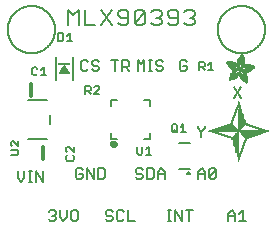
<source format=gbr>
G04 EAGLE Gerber RS-274X export*
G75*
%MOMM*%
%FSLAX34Y34*%
%LPD*%
%INSilkscreen Top*%
%IPPOS*%
%AMOC8*
5,1,8,0,0,1.08239X$1,22.5*%
G01*
%ADD10C,0.203200*%
%ADD11C,0.152400*%
%ADD12C,0.127000*%
%ADD13C,0.304800*%
%ADD14R,0.034300X0.003800*%
%ADD15R,0.057200X0.003800*%
%ADD16R,0.076200X0.003800*%
%ADD17R,0.091400X0.003800*%
%ADD18R,0.102900X0.003800*%
%ADD19R,0.114300X0.003900*%
%ADD20R,0.129500X0.003800*%
%ADD21R,0.137200X0.003800*%
%ADD22R,0.144800X0.003800*%
%ADD23R,0.152400X0.003800*%
%ADD24R,0.160000X0.003800*%
%ADD25R,0.171500X0.003800*%
%ADD26R,0.175300X0.003800*%
%ADD27R,0.182900X0.003800*%
%ADD28R,0.190500X0.003800*%
%ADD29R,0.194300X0.003900*%
%ADD30R,0.201900X0.003800*%
%ADD31R,0.209500X0.003800*%
%ADD32R,0.213400X0.003800*%
%ADD33R,0.221000X0.003800*%
%ADD34R,0.224800X0.003800*%
%ADD35R,0.232400X0.003800*%
%ADD36R,0.240000X0.003800*%
%ADD37R,0.243800X0.003800*%
%ADD38R,0.247600X0.003800*%
%ADD39R,0.255300X0.003900*%
%ADD40R,0.259100X0.003800*%
%ADD41R,0.262900X0.003800*%
%ADD42R,0.270500X0.003800*%
%ADD43R,0.274300X0.003800*%
%ADD44R,0.281900X0.003800*%
%ADD45R,0.285700X0.003800*%
%ADD46R,0.289500X0.003800*%
%ADD47R,0.297200X0.003800*%
%ADD48R,0.301000X0.003800*%
%ADD49R,0.304800X0.003900*%
%ADD50R,0.312400X0.003800*%
%ADD51R,0.316200X0.003800*%
%ADD52R,0.320000X0.003800*%
%ADD53R,0.327600X0.003800*%
%ADD54R,0.331500X0.003800*%
%ADD55R,0.339100X0.003800*%
%ADD56R,0.342900X0.003800*%
%ADD57R,0.346700X0.003800*%
%ADD58R,0.354300X0.003800*%
%ADD59R,0.358100X0.003900*%
%ADD60R,0.361900X0.003800*%
%ADD61R,0.369600X0.003800*%
%ADD62R,0.373400X0.003800*%
%ADD63R,0.377200X0.003800*%
%ADD64R,0.384800X0.003800*%
%ADD65R,0.388600X0.003800*%
%ADD66R,0.396200X0.003800*%
%ADD67R,0.400000X0.003800*%
%ADD68R,0.403800X0.003800*%
%ADD69R,0.411500X0.003900*%
%ADD70R,0.415300X0.003800*%
%ADD71R,0.419100X0.003800*%
%ADD72R,0.045700X0.003800*%
%ADD73R,0.426700X0.003800*%
%ADD74R,0.072400X0.003800*%
%ADD75R,0.430500X0.003800*%
%ADD76R,0.095300X0.003800*%
%ADD77R,0.438100X0.003800*%
%ADD78R,0.110500X0.003800*%
%ADD79R,0.441900X0.003800*%
%ADD80R,0.445800X0.003800*%
%ADD81R,0.144700X0.003800*%
%ADD82R,0.453400X0.003800*%
%ADD83R,0.457200X0.003800*%
%ADD84R,0.175300X0.003900*%
%ADD85R,0.461000X0.003900*%
%ADD86R,0.468600X0.003800*%
%ADD87R,0.205800X0.003800*%
%ADD88R,0.472400X0.003800*%
%ADD89R,0.217200X0.003800*%
%ADD90R,0.476200X0.003800*%
%ADD91R,0.483900X0.003800*%
%ADD92R,0.247700X0.003800*%
%ADD93R,0.487700X0.003800*%
%ADD94R,0.495300X0.003800*%
%ADD95R,0.499100X0.003800*%
%ADD96R,0.502900X0.003800*%
%ADD97R,0.510500X0.003800*%
%ADD98R,0.308600X0.003900*%
%ADD99R,0.514300X0.003900*%
%ADD100R,0.323800X0.003800*%
%ADD101R,0.518100X0.003800*%
%ADD102R,0.335300X0.003800*%
%ADD103R,0.525800X0.003800*%
%ADD104R,0.529600X0.003800*%
%ADD105R,0.358100X0.003800*%
%ADD106R,0.533400X0.003800*%
%ADD107R,0.537200X0.003800*%
%ADD108R,0.381000X0.003800*%
%ADD109R,0.544800X0.003800*%
%ADD110R,0.392400X0.003800*%
%ADD111R,0.548600X0.003800*%
%ADD112R,0.552400X0.003800*%
%ADD113R,0.556200X0.003800*%
%ADD114R,0.422900X0.003900*%
%ADD115R,0.560100X0.003900*%
%ADD116R,0.434300X0.003800*%
%ADD117R,0.563900X0.003800*%
%ADD118R,0.567700X0.003800*%
%ADD119R,0.461000X0.003800*%
%ADD120R,0.571500X0.003800*%
%ADD121R,0.575300X0.003800*%
%ADD122R,0.480100X0.003800*%
%ADD123R,0.579100X0.003800*%
%ADD124R,0.491500X0.003800*%
%ADD125R,0.582900X0.003800*%
%ADD126R,0.586700X0.003800*%
%ADD127R,0.510600X0.003800*%
%ADD128R,0.590500X0.003800*%
%ADD129R,0.522000X0.003800*%
%ADD130R,0.594300X0.003800*%
%ADD131R,0.533400X0.003900*%
%ADD132R,0.598200X0.003900*%
%ADD133R,0.541000X0.003800*%
%ADD134R,0.602000X0.003800*%
%ADD135R,0.552500X0.003800*%
%ADD136R,0.605800X0.003800*%
%ADD137R,0.560100X0.003800*%
%ADD138R,0.609600X0.003800*%
%ADD139R,0.613400X0.003800*%
%ADD140R,0.583000X0.003800*%
%ADD141R,0.617200X0.003800*%
%ADD142R,0.594400X0.003800*%
%ADD143R,0.621000X0.003800*%
%ADD144R,0.598200X0.003800*%
%ADD145R,0.624800X0.003800*%
%ADD146R,0.613500X0.003900*%
%ADD147R,0.628600X0.003900*%
%ADD148R,0.632400X0.003800*%
%ADD149R,0.628600X0.003800*%
%ADD150R,0.636300X0.003800*%
%ADD151R,0.640100X0.003800*%
%ADD152R,0.636200X0.003800*%
%ADD153R,0.643900X0.003800*%
%ADD154R,0.647700X0.003800*%
%ADD155R,0.651500X0.003800*%
%ADD156R,0.659100X0.003800*%
%ADD157R,0.659100X0.003900*%
%ADD158R,0.655300X0.003900*%
%ADD159R,0.662900X0.003800*%
%ADD160R,0.655300X0.003800*%
%ADD161R,0.670500X0.003800*%
%ADD162R,0.670600X0.003800*%
%ADD163R,0.674400X0.003800*%
%ADD164R,0.682000X0.003800*%
%ADD165R,0.666700X0.003800*%
%ADD166R,0.685800X0.003800*%
%ADD167R,0.689600X0.003800*%
%ADD168R,0.693400X0.003900*%
%ADD169R,0.674400X0.003900*%
%ADD170R,0.697200X0.003800*%
%ADD171R,0.678200X0.003800*%
%ADD172R,0.697300X0.003800*%
%ADD173R,0.701100X0.003800*%
%ADD174R,0.704900X0.003800*%
%ADD175R,0.708700X0.003800*%
%ADD176R,0.712500X0.003800*%
%ADD177R,0.716300X0.003800*%
%ADD178R,0.720100X0.003900*%
%ADD179R,0.689600X0.003900*%
%ADD180R,0.720000X0.003800*%
%ADD181R,0.693400X0.003800*%
%ADD182R,0.723900X0.003800*%
%ADD183R,0.727700X0.003800*%
%ADD184R,0.731500X0.003800*%
%ADD185R,0.701000X0.003800*%
%ADD186R,0.735300X0.003800*%
%ADD187R,0.731500X0.003900*%
%ADD188R,0.701000X0.003900*%
%ADD189R,0.704800X0.003800*%
%ADD190R,0.739100X0.003800*%
%ADD191R,0.743000X0.003800*%
%ADD192R,0.739200X0.003800*%
%ADD193R,0.743000X0.003900*%
%ADD194R,0.704800X0.003900*%
%ADD195R,0.746800X0.003800*%
%ADD196R,0.746800X0.003900*%
%ADD197R,0.742900X0.003800*%
%ADD198R,0.746700X0.003800*%
%ADD199R,0.746700X0.003900*%
%ADD200R,1.428800X0.003800*%
%ADD201R,1.424900X0.003800*%
%ADD202R,1.421100X0.003900*%
%ADD203R,1.421100X0.003800*%
%ADD204R,1.417300X0.003800*%
%ADD205R,1.413500X0.003800*%
%ADD206R,1.409700X0.003800*%
%ADD207R,1.405900X0.003800*%
%ADD208R,1.402100X0.003800*%
%ADD209R,1.398300X0.003800*%
%ADD210R,0.983000X0.003900*%
%ADD211R,0.384800X0.003900*%
%ADD212R,0.971600X0.003800*%
%ADD213R,0.963900X0.003800*%
%ADD214R,0.956300X0.003800*%
%ADD215R,0.365800X0.003800*%
%ADD216R,0.952500X0.003800*%
%ADD217R,0.941000X0.003800*%
%ADD218R,0.358200X0.003800*%
%ADD219R,0.937200X0.003800*%
%ADD220R,0.933400X0.003800*%
%ADD221R,0.354400X0.003800*%
%ADD222R,0.925800X0.003800*%
%ADD223R,0.350500X0.003800*%
%ADD224R,0.922000X0.003800*%
%ADD225R,0.918200X0.003900*%
%ADD226R,0.346700X0.003900*%
%ADD227R,0.910600X0.003800*%
%ADD228R,0.906800X0.003800*%
%ADD229R,0.903000X0.003800*%
%ADD230R,0.339000X0.003800*%
%ADD231R,0.895300X0.003800*%
%ADD232R,0.335200X0.003800*%
%ADD233R,0.887700X0.003800*%
%ADD234R,0.883900X0.003800*%
%ADD235R,0.331400X0.003800*%
%ADD236R,0.880100X0.003800*%
%ADD237R,0.876300X0.003800*%
%ADD238R,0.468600X0.003900*%
%ADD239R,0.396200X0.003900*%
%ADD240R,0.323800X0.003900*%
%ADD241R,0.449600X0.003800*%
%ADD242R,0.323900X0.003800*%
%ADD243R,0.442000X0.003800*%
%ADD244R,0.434400X0.003800*%
%ADD245R,0.320100X0.003800*%
%ADD246R,0.316300X0.003800*%
%ADD247R,0.426800X0.003800*%
%ADD248R,0.327700X0.003800*%
%ADD249R,0.312500X0.003800*%
%ADD250R,0.422900X0.003800*%
%ADD251R,0.308600X0.003800*%
%ADD252R,0.293400X0.003800*%
%ADD253R,0.304800X0.003800*%
%ADD254R,0.419100X0.003900*%
%ADD255R,0.285700X0.003900*%
%ADD256R,0.301000X0.003900*%
%ADD257R,0.411500X0.003800*%
%ADD258R,0.407700X0.003800*%
%ADD259R,0.289600X0.003800*%
%ADD260R,0.285800X0.003800*%
%ADD261R,0.403900X0.003800*%
%ADD262R,0.228600X0.003800*%
%ADD263R,0.403900X0.003900*%
%ADD264R,0.221000X0.003900*%
%ADD265R,0.278100X0.003900*%
%ADD266R,0.400100X0.003800*%
%ADD267R,0.209600X0.003800*%
%ADD268R,0.266700X0.003800*%
%ADD269R,0.038100X0.003800*%
%ADD270R,0.194300X0.003800*%
%ADD271R,0.148600X0.003800*%
%ADD272R,0.259000X0.003800*%
%ADD273R,0.182800X0.003800*%
%ADD274R,0.186700X0.003800*%
%ADD275R,0.251400X0.003800*%
%ADD276R,0.179100X0.003800*%
%ADD277R,0.236200X0.003800*%
%ADD278R,0.243900X0.003900*%
%ADD279R,0.282000X0.003900*%
%ADD280R,0.167700X0.003800*%
%ADD281R,0.236300X0.003800*%
%ADD282R,0.396300X0.003800*%
%ADD283R,0.163900X0.003800*%
%ADD284R,0.392500X0.003800*%
%ADD285R,0.160100X0.003800*%
%ADD286R,0.586800X0.003800*%
%ADD287R,0.148500X0.003800*%
%ADD288R,0.140900X0.003800*%
%ADD289R,0.392400X0.003900*%
%ADD290R,0.140900X0.003900*%
%ADD291R,0.647700X0.003900*%
%ADD292R,0.133300X0.003800*%
%ADD293R,0.674300X0.003800*%
%ADD294R,0.388700X0.003800*%
%ADD295R,0.125700X0.003800*%
%ADD296R,0.121900X0.003800*%
%ADD297R,0.720100X0.003800*%
%ADD298R,0.118100X0.003800*%
%ADD299R,0.118100X0.003900*%
%ADD300R,0.739100X0.003900*%
%ADD301R,0.114300X0.003800*%
%ADD302R,0.754400X0.003800*%
%ADD303R,0.765800X0.003800*%
%ADD304R,0.773400X0.003800*%
%ADD305R,0.784800X0.003800*%
%ADD306R,0.118200X0.003800*%
%ADD307R,0.792500X0.003800*%
%ADD308R,0.803900X0.003800*%
%ADD309R,0.122000X0.003800*%
%ADD310R,0.815400X0.003800*%
%ADD311R,0.125800X0.003800*%
%ADD312R,0.826800X0.003800*%
%ADD313R,0.369500X0.003900*%
%ADD314R,0.133400X0.003900*%
%ADD315R,0.842000X0.003900*%
%ADD316R,0.365700X0.003800*%
%ADD317R,1.009700X0.003800*%
%ADD318R,1.013500X0.003800*%
%ADD319R,0.362000X0.003800*%
%ADD320R,1.024900X0.003800*%
%ADD321R,1.028700X0.003800*%
%ADD322R,1.036300X0.003800*%
%ADD323R,1.047800X0.003800*%
%ADD324R,1.055400X0.003800*%
%ADD325R,1.070600X0.003800*%
%ADD326R,0.030500X0.003800*%
%ADD327R,1.436400X0.003800*%
%ADD328R,1.562100X0.003900*%
%ADD329R,1.588700X0.003800*%
%ADD330R,1.607800X0.003800*%
%ADD331R,1.626900X0.003800*%
%ADD332R,1.642100X0.003800*%
%ADD333R,1.657400X0.003800*%
%ADD334R,1.676400X0.003800*%
%ADD335R,1.687800X0.003800*%
%ADD336R,1.703000X0.003800*%
%ADD337R,1.714500X0.003800*%
%ADD338R,1.726000X0.003900*%
%ADD339R,1.741200X0.003800*%
%ADD340R,0.914400X0.003800*%
%ADD341R,0.769600X0.003800*%
%ADD342R,0.884000X0.003800*%
%ADD343R,0.712400X0.003800*%
%ADD344R,0.880100X0.003900*%
%ADD345R,0.887800X0.003800*%
%ADD346R,0.891600X0.003800*%
%ADD347R,0.895400X0.003800*%
%ADD348R,0.251500X0.003800*%
%ADD349R,0.579200X0.003900*%
%ADD350R,0.243900X0.003800*%
%ADD351R,0.556300X0.003800*%
%ADD352R,0.255200X0.003800*%
%ADD353R,0.529500X0.003800*%
%ADD354R,0.731600X0.003800*%
%ADD355R,0.525800X0.003900*%
%ADD356R,0.281900X0.003900*%
%ADD357R,0.735400X0.003900*%
%ADD358R,0.300900X0.003800*%
%ADD359R,0.762000X0.003800*%
%ADD360R,0.518200X0.003800*%
%ADD361R,0.350600X0.003800*%
%ADD362R,0.796300X0.003800*%
%ADD363R,0.807800X0.003800*%
%ADD364R,0.506700X0.003800*%
%ADD365R,0.849600X0.003800*%
%ADD366R,0.506700X0.003900*%
%ADD367R,1.371600X0.003900*%
%ADD368R,1.207800X0.003800*%
%ADD369R,0.503000X0.003800*%
%ADD370R,0.141000X0.003800*%
%ADD371R,1.203900X0.003800*%
%ADD372R,1.204000X0.003800*%
%ADD373R,1.200200X0.003800*%
%ADD374R,0.499100X0.003900*%
%ADD375R,0.156200X0.003900*%
%ADD376R,1.196400X0.003900*%
%ADD377R,1.196400X0.003800*%
%ADD378R,0.163800X0.003800*%
%ADD379R,0.167600X0.003800*%
%ADD380R,1.192500X0.003800*%
%ADD381R,0.499200X0.003800*%
%ADD382R,1.188700X0.003800*%
%ADD383R,0.506800X0.003800*%
%ADD384R,1.184900X0.003800*%
%ADD385R,0.510600X0.003900*%
%ADD386R,0.209600X0.003900*%
%ADD387R,1.181100X0.003900*%
%ADD388R,0.514400X0.003800*%
%ADD389R,1.181100X0.003800*%
%ADD390R,1.177300X0.003800*%
%ADD391R,0.240100X0.003800*%
%ADD392R,1.173500X0.003800*%
%ADD393R,1.169700X0.003800*%
%ADD394R,1.165900X0.003800*%
%ADD395R,1.162100X0.003800*%
%ADD396R,0.929700X0.003900*%
%ADD397R,1.162100X0.003900*%
%ADD398R,0.929700X0.003800*%
%ADD399R,1.154500X0.003800*%
%ADD400R,0.933500X0.003800*%
%ADD401R,1.150600X0.003800*%
%ADD402R,0.937300X0.003800*%
%ADD403R,1.146800X0.003800*%
%ADD404R,0.941100X0.003800*%
%ADD405R,1.139200X0.003800*%
%ADD406R,0.944900X0.003800*%
%ADD407R,1.135400X0.003800*%
%ADD408R,0.948700X0.003800*%
%ADD409R,1.127800X0.003800*%
%ADD410R,1.124000X0.003800*%
%ADD411R,1.116400X0.003800*%
%ADD412R,0.956300X0.003900*%
%ADD413R,1.104900X0.003900*%
%ADD414R,0.960100X0.003800*%
%ADD415R,1.093500X0.003800*%
%ADD416R,1.085900X0.003800*%
%ADD417R,0.967800X0.003800*%
%ADD418R,1.074500X0.003800*%
%ADD419R,1.063000X0.003800*%
%ADD420R,0.975400X0.003800*%
%ADD421R,1.036400X0.003800*%
%ADD422R,0.979200X0.003800*%
%ADD423R,1.021000X0.003800*%
%ADD424R,0.983000X0.003800*%
%ADD425R,1.009600X0.003800*%
%ADD426R,0.986800X0.003800*%
%ADD427R,0.998200X0.003800*%
%ADD428R,0.990600X0.003900*%
%ADD429R,0.986700X0.003900*%
%ADD430R,0.994400X0.003800*%
%ADD431R,0.975300X0.003800*%
%ADD432R,0.948600X0.003800*%
%ADD433R,1.002000X0.003800*%
%ADD434R,0.213300X0.003800*%
%ADD435R,0.217100X0.003800*%
%ADD436R,1.017300X0.003800*%
%ADD437R,0.666800X0.003800*%
%ADD438R,0.220900X0.003800*%
%ADD439R,1.028700X0.003900*%
%ADD440R,0.224700X0.003900*%
%ADD441R,1.032500X0.003800*%
%ADD442R,1.040100X0.003800*%
%ADD443R,1.043900X0.003800*%
%ADD444R,0.548700X0.003800*%
%ADD445R,1.051500X0.003800*%
%ADD446R,1.055300X0.003800*%
%ADD447R,1.059100X0.003800*%
%ADD448R,1.062900X0.003800*%
%ADD449R,0.255300X0.003800*%
%ADD450R,1.066800X0.003900*%
%ADD451R,0.259100X0.003900*%
%ADD452R,0.457200X0.003900*%
%ADD453R,0.423000X0.003800*%
%ADD454R,1.082100X0.003800*%
%ADD455R,0.274400X0.003800*%
%ADD456R,0.278200X0.003800*%
%ADD457R,1.101100X0.003800*%
%ADD458R,0.278100X0.003800*%
%ADD459R,0.876300X0.003900*%
%ADD460R,0.236200X0.003900*%
%ADD461R,0.289600X0.003900*%
%ADD462R,0.247700X0.003900*%
%ADD463R,0.049500X0.003800*%
%ADD464R,0.640100X0.003900*%
%ADD465R,0.659200X0.003800*%
%ADD466R,0.663000X0.003800*%
%ADD467R,0.872500X0.003900*%
%ADD468R,0.666800X0.003900*%
%ADD469R,0.872500X0.003800*%
%ADD470R,0.868700X0.003800*%
%ADD471R,0.864900X0.003800*%
%ADD472R,0.861100X0.003800*%
%ADD473R,0.857300X0.003800*%
%ADD474R,0.853400X0.003800*%
%ADD475R,0.845800X0.003800*%
%ADD476R,0.682000X0.003900*%
%ADD477R,0.842000X0.003800*%
%ADD478R,0.834400X0.003800*%
%ADD479R,0.823000X0.003800*%
%ADD480R,0.815300X0.003800*%
%ADD481R,0.811500X0.003800*%
%ADD482R,0.788700X0.003800*%
%ADD483R,0.777300X0.003900*%
%ADD484R,0.750600X0.003800*%
%ADD485R,0.735400X0.003800*%
%ADD486R,0.727800X0.003800*%
%ADD487R,0.628700X0.003800*%
%ADD488R,0.575400X0.003800*%
%ADD489R,0.670600X0.003900*%
%ADD490R,0.655400X0.003800*%
%ADD491R,0.651500X0.003900*%
%ADD492R,0.624800X0.003900*%
%ADD493R,0.594400X0.003900*%
%ADD494R,0.563900X0.003900*%
%ADD495R,0.541100X0.003800*%
%ADD496R,0.537300X0.003800*%
%ADD497R,0.525700X0.003800*%
%ADD498R,0.525700X0.003900*%
%ADD499R,0.514300X0.003800*%
%ADD500R,0.480100X0.003900*%
%ADD501R,0.464800X0.003800*%
%ADD502R,0.442000X0.003900*%
%ADD503R,0.438200X0.003800*%
%ADD504R,0.430600X0.003800*%
%ADD505R,0.407600X0.003800*%
%ADD506R,0.403800X0.003900*%
%ADD507R,0.365700X0.003900*%
%ADD508R,0.327700X0.003900*%
%ADD509R,0.243800X0.003900*%
%ADD510R,0.205800X0.003900*%
%ADD511R,0.198100X0.003800*%
%ADD512R,0.163800X0.003900*%
%ADD513R,0.137100X0.003800*%
%ADD514R,0.091500X0.003900*%
%ADD515R,0.060900X0.003800*%
%ADD516R,1.000000X0.200000*%
%ADD517R,0.005078X0.005078*%
%ADD518R,0.010159X0.005081*%
%ADD519R,0.015241X0.005078*%
%ADD520R,0.020322X0.005081*%
%ADD521R,0.020322X0.005078*%
%ADD522R,0.025400X0.005081*%
%ADD523R,0.030478X0.005081*%
%ADD524R,0.035559X0.005078*%
%ADD525R,0.035559X0.005081*%
%ADD526R,0.045722X0.005081*%
%ADD527R,0.045722X0.005078*%
%ADD528R,0.055878X0.005081*%
%ADD529R,0.055878X0.005078*%
%ADD530R,0.060959X0.005081*%
%ADD531R,0.066041X0.005081*%
%ADD532R,0.066041X0.005078*%
%ADD533R,0.071119X0.005081*%
%ADD534R,0.076200X0.005078*%
%ADD535R,0.076200X0.005081*%
%ADD536R,0.081281X0.005081*%
%ADD537R,0.081281X0.005078*%
%ADD538R,0.086359X0.005081*%
%ADD539R,0.091441X0.005078*%
%ADD540R,0.091441X0.005081*%
%ADD541R,0.101600X0.005081*%
%ADD542R,0.101600X0.005078*%
%ADD543R,0.111759X0.005078*%
%ADD544R,0.111759X0.005081*%
%ADD545R,0.116838X0.005078*%
%ADD546R,0.121919X0.005081*%
%ADD547R,0.127000X0.005078*%
%ADD548R,0.127000X0.005081*%
%ADD549R,0.132081X0.005081*%
%ADD550R,0.137162X0.005078*%
%ADD551R,0.137162X0.005081*%
%ADD552R,0.142241X0.005078*%
%ADD553R,0.147319X0.005081*%
%ADD554R,0.147319X0.005078*%
%ADD555R,0.157481X0.005081*%
%ADD556R,0.157481X0.005078*%
%ADD557R,0.162559X0.005081*%
%ADD558R,0.167637X0.005081*%
%ADD559R,0.167637X0.005078*%
%ADD560R,0.172719X0.005081*%
%ADD561R,0.177800X0.005078*%
%ADD562R,0.177800X0.005081*%
%ADD563R,0.182881X0.005081*%
%ADD564R,0.182881X0.005078*%
%ADD565R,0.193041X0.005081*%
%ADD566R,0.193041X0.005078*%
%ADD567R,0.203200X0.005081*%
%ADD568R,0.203200X0.005078*%
%ADD569R,0.213359X0.005078*%
%ADD570R,0.213359X0.005081*%
%ADD571R,0.218441X0.005078*%
%ADD572R,0.223519X0.005081*%
%ADD573R,0.228600X0.005078*%
%ADD574R,0.228600X0.005081*%
%ADD575R,0.233681X0.005081*%
%ADD576R,0.238759X0.005078*%
%ADD577R,0.238759X0.005081*%
%ADD578R,0.243841X0.005078*%
%ADD579R,0.248922X0.005081*%
%ADD580R,0.254000X0.005078*%
%ADD581R,0.259078X0.005081*%
%ADD582R,0.259078X0.005078*%
%ADD583R,0.264159X0.005081*%
%ADD584R,0.269241X0.005081*%
%ADD585R,0.269241X0.005078*%
%ADD586R,0.274322X0.005081*%
%ADD587R,0.279400X0.005078*%
%ADD588R,0.279400X0.005081*%
%ADD589R,0.284478X0.005081*%
%ADD590R,0.284478X0.005078*%
%ADD591R,0.294641X0.005081*%
%ADD592R,0.294641X0.005078*%
%ADD593R,0.167641X0.005081*%
%ADD594R,0.132078X0.005081*%
%ADD595R,0.167641X0.005078*%
%ADD596R,0.132078X0.005078*%
%ADD597R,0.172719X0.005078*%
%ADD598R,0.132081X0.005078*%
%ADD599R,0.137159X0.005078*%
%ADD600R,0.182878X0.005081*%
%ADD601R,0.182878X0.005078*%
%ADD602R,0.187959X0.005078*%
%ADD603R,0.187959X0.005081*%
%ADD604R,0.198119X0.005081*%
%ADD605R,0.198119X0.005078*%
%ADD606R,0.137159X0.005081*%
%ADD607R,0.208278X0.005078*%
%ADD608R,0.208278X0.005081*%
%ADD609R,0.218441X0.005081*%
%ADD610R,0.223519X0.005078*%
%ADD611R,0.233678X0.005078*%
%ADD612R,0.233678X0.005081*%
%ADD613R,0.243841X0.005081*%
%ADD614R,0.248919X0.005078*%
%ADD615R,0.248919X0.005081*%
%ADD616R,0.254000X0.005081*%
%ADD617R,0.264159X0.005078*%
%ADD618R,0.274319X0.005081*%
%ADD619R,0.274319X0.005078*%
%ADD620R,0.289559X0.005081*%
%ADD621R,0.289559X0.005078*%
%ADD622R,0.299719X0.005078*%
%ADD623R,0.299719X0.005081*%
%ADD624R,0.304800X0.005081*%
%ADD625R,0.304800X0.005078*%
%ADD626R,0.309878X0.005078*%
%ADD627R,0.309878X0.005081*%
%ADD628R,0.314959X0.005078*%
%ADD629R,0.314959X0.005081*%
%ADD630R,0.320041X0.005081*%
%ADD631R,0.320041X0.005078*%
%ADD632R,0.325119X0.005078*%
%ADD633R,0.325119X0.005081*%
%ADD634R,0.330200X0.005078*%
%ADD635R,0.330200X0.005081*%
%ADD636R,0.335278X0.005081*%
%ADD637R,0.335278X0.005078*%
%ADD638R,0.340359X0.005078*%
%ADD639R,0.340359X0.005081*%
%ADD640R,0.345441X0.005078*%
%ADD641R,0.345441X0.005081*%
%ADD642R,0.350519X0.005081*%
%ADD643R,0.350519X0.005078*%
%ADD644R,0.355600X0.005078*%
%ADD645R,0.355600X0.005081*%
%ADD646R,0.360678X0.005078*%
%ADD647R,0.360678X0.005081*%
%ADD648R,0.365759X0.005081*%
%ADD649R,0.365759X0.005078*%
%ADD650R,0.370841X0.005078*%
%ADD651R,0.370841X0.005081*%
%ADD652R,0.375919X0.005078*%
%ADD653R,0.375919X0.005081*%
%ADD654R,0.381000X0.005081*%
%ADD655R,0.381000X0.005078*%
%ADD656R,0.386078X0.005078*%
%ADD657R,0.386078X0.005081*%
%ADD658R,0.391159X0.005078*%
%ADD659R,0.391159X0.005081*%
%ADD660R,0.396241X0.005081*%
%ADD661R,0.396241X0.005078*%
%ADD662R,0.401319X0.005078*%
%ADD663R,0.401319X0.005081*%
%ADD664R,0.406400X0.005078*%
%ADD665R,0.406400X0.005081*%
%ADD666R,0.411478X0.005081*%
%ADD667R,0.411478X0.005078*%
%ADD668R,0.416559X0.005078*%
%ADD669R,0.416559X0.005081*%
%ADD670R,0.421641X0.005078*%
%ADD671R,0.421641X0.005081*%
%ADD672R,0.426719X0.005081*%
%ADD673R,0.426719X0.005078*%
%ADD674R,0.431800X0.005078*%
%ADD675R,0.431800X0.005081*%
%ADD676R,0.436878X0.005078*%
%ADD677R,0.436878X0.005081*%
%ADD678R,0.441959X0.005081*%
%ADD679R,0.441959X0.005078*%
%ADD680R,0.447041X0.005081*%
%ADD681R,0.447041X0.005078*%
%ADD682R,0.452119X0.005078*%
%ADD683R,0.452119X0.005081*%
%ADD684R,0.457200X0.005081*%
%ADD685R,0.457200X0.005078*%
%ADD686R,0.462278X0.005081*%
%ADD687R,0.462278X0.005078*%
%ADD688R,0.467359X0.005078*%
%ADD689R,0.467359X0.005081*%
%ADD690R,0.472441X0.005081*%
%ADD691R,0.472441X0.005078*%
%ADD692R,0.477519X0.005081*%
%ADD693R,0.477519X0.005078*%
%ADD694R,0.482600X0.005078*%
%ADD695R,0.482600X0.005081*%
%ADD696R,0.487678X0.005081*%
%ADD697R,0.487678X0.005078*%
%ADD698R,0.492759X0.005081*%
%ADD699R,0.492759X0.005078*%
%ADD700R,0.497841X0.005078*%
%ADD701R,0.497841X0.005081*%
%ADD702R,0.502919X0.005081*%
%ADD703R,0.502919X0.005078*%
%ADD704R,0.508000X0.005081*%
%ADD705R,0.508000X0.005078*%
%ADD706R,0.513078X0.005078*%
%ADD707R,0.513078X0.005081*%
%ADD708R,0.518159X0.005081*%
%ADD709R,0.518159X0.005078*%
%ADD710R,0.523241X0.005081*%
%ADD711R,0.523241X0.005078*%
%ADD712R,0.528319X0.005078*%
%ADD713R,0.528319X0.005081*%
%ADD714R,0.533400X0.005081*%
%ADD715R,0.533400X0.005078*%
%ADD716R,0.538478X0.005081*%
%ADD717R,0.538478X0.005078*%
%ADD718R,0.543559X0.005078*%
%ADD719R,0.543559X0.005081*%
%ADD720R,0.548641X0.005081*%
%ADD721R,0.548641X0.005078*%
%ADD722R,0.553719X0.005081*%
%ADD723R,0.553719X0.005078*%
%ADD724R,0.558800X0.005078*%
%ADD725R,0.558800X0.005081*%
%ADD726R,0.563878X0.005081*%
%ADD727R,0.563878X0.005078*%
%ADD728R,0.568959X0.005081*%
%ADD729R,0.568959X0.005078*%
%ADD730R,0.574041X0.005081*%
%ADD731R,0.574041X0.005078*%
%ADD732R,0.579119X0.005081*%
%ADD733R,0.579119X0.005078*%
%ADD734R,0.584200X0.005081*%
%ADD735R,0.584200X0.005078*%
%ADD736R,0.589278X0.005081*%
%ADD737R,0.589278X0.005078*%
%ADD738R,0.594359X0.005081*%
%ADD739R,0.594359X0.005078*%
%ADD740R,0.599441X0.005081*%
%ADD741R,0.142241X0.005081*%
%ADD742R,0.599441X0.005078*%
%ADD743R,0.172722X0.005081*%
%ADD744R,0.604519X0.005081*%
%ADD745R,0.604519X0.005078*%
%ADD746R,0.609600X0.005078*%
%ADD747R,0.624841X0.005081*%
%ADD748R,0.640078X0.005081*%
%ADD749R,0.655319X0.005078*%
%ADD750R,0.670559X0.005081*%
%ADD751R,0.685800X0.005078*%
%ADD752R,0.701041X0.005081*%
%ADD753R,0.294637X0.005081*%
%ADD754R,0.721359X0.005081*%
%ADD755R,0.736600X0.005078*%
%ADD756R,0.751841X0.005081*%
%ADD757R,0.767078X0.005078*%
%ADD758R,0.782319X0.005081*%
%ADD759R,0.360681X0.005081*%
%ADD760R,0.802641X0.005081*%
%ADD761R,0.386081X0.005081*%
%ADD762R,0.817878X0.005078*%
%ADD763R,0.833119X0.005081*%
%ADD764R,0.848359X0.005078*%
%ADD765R,0.863600X0.005081*%
%ADD766R,0.883919X0.005081*%
%ADD767R,0.899159X0.005078*%
%ADD768R,0.502922X0.005078*%
%ADD769R,0.914400X0.005081*%
%ADD770R,0.929641X0.005078*%
%ADD771R,0.416563X0.005078*%
%ADD772R,0.619759X0.005081*%
%ADD773R,0.640081X0.005078*%
%ADD774R,0.411481X0.005081*%
%ADD775R,0.660400X0.005081*%
%ADD776R,0.675641X0.005081*%
%ADD777R,0.695963X0.005078*%
%ADD778R,0.716278X0.005081*%
%ADD779R,0.411481X0.005078*%
%ADD780R,0.756919X0.005081*%
%ADD781R,0.777241X0.005081*%
%ADD782R,0.792481X0.005078*%
%ADD783R,0.416563X0.005081*%
%ADD784R,0.812800X0.005081*%
%ADD785R,0.838200X0.005078*%
%ADD786R,0.858519X0.005081*%
%ADD787R,0.878841X0.005081*%
%ADD788R,0.934719X0.005078*%
%ADD789R,0.955041X0.005081*%
%ADD790R,0.975363X0.005081*%
%ADD791R,0.995678X0.005078*%
%ADD792R,1.016000X0.005081*%
%ADD793R,1.031238X0.005078*%
%ADD794R,1.051559X0.005081*%
%ADD795R,1.071881X0.005081*%
%ADD796R,1.092200X0.005078*%
%ADD797R,1.112522X0.005081*%
%ADD798R,1.132838X0.005078*%
%ADD799R,1.148081X0.005081*%
%ADD800R,1.168400X0.005081*%
%ADD801R,1.188719X0.005078*%
%ADD802R,1.209041X0.005081*%
%ADD803R,1.229359X0.005078*%
%ADD804R,1.249681X0.005081*%
%ADD805R,1.264922X0.005081*%
%ADD806R,1.290322X0.005078*%
%ADD807R,1.310638X0.005081*%
%ADD808R,1.330959X0.005078*%
%ADD809R,1.351281X0.005081*%
%ADD810R,1.371600X0.005081*%
%ADD811R,1.386841X0.005078*%
%ADD812R,1.407159X0.005081*%
%ADD813R,1.427481X0.005078*%
%ADD814R,1.447800X0.005081*%
%ADD815R,1.468119X0.005081*%
%ADD816R,1.488441X0.005078*%
%ADD817R,1.503678X0.005081*%
%ADD818R,1.524000X0.005078*%
%ADD819R,1.544322X0.005081*%
%ADD820R,1.564641X0.005081*%
%ADD821R,1.584959X0.005078*%
%ADD822R,1.600200X0.005081*%
%ADD823R,1.620519X0.005078*%
%ADD824R,1.640841X0.005081*%
%ADD825R,1.661159X0.005081*%
%ADD826R,1.681481X0.005078*%
%ADD827R,1.701800X0.005081*%
%ADD828R,1.717041X0.005078*%
%ADD829R,1.742441X0.005081*%
%ADD830R,1.762759X0.005081*%
%ADD831R,1.783078X0.005078*%
%ADD832R,1.803400X0.005081*%
%ADD833R,1.823722X0.005078*%
%ADD834R,1.838959X0.005081*%
%ADD835R,1.859281X0.005081*%
%ADD836R,1.879600X0.005078*%
%ADD837R,1.899919X0.005081*%
%ADD838R,1.920241X0.005078*%
%ADD839R,1.940559X0.005081*%
%ADD840R,1.955800X0.005081*%
%ADD841R,1.976119X0.005078*%
%ADD842R,1.996441X0.005081*%
%ADD843R,2.016763X0.005078*%
%ADD844R,2.037078X0.005081*%
%ADD845R,2.057400X0.005081*%
%ADD846R,0.162559X0.005078*%
%ADD847R,2.072637X0.005078*%
%ADD848R,0.157478X0.005081*%
%ADD849R,2.092959X0.005081*%
%ADD850R,0.152400X0.005078*%
%ADD851R,2.113281X0.005078*%
%ADD852R,2.133600X0.005081*%
%ADD853R,2.153922X0.005081*%
%ADD854R,2.174238X0.005078*%
%ADD855R,2.194562X0.005081*%
%ADD856R,2.214878X0.005078*%
%ADD857R,2.235200X0.005081*%
%ADD858R,2.255519X0.005081*%
%ADD859R,0.116841X0.005078*%
%ADD860R,2.275841X0.005078*%
%ADD861R,2.296163X0.005081*%
%ADD862R,0.106678X0.005078*%
%ADD863R,2.311400X0.005078*%
%ADD864R,2.331722X0.005081*%
%ADD865R,0.096519X0.005081*%
%ADD866R,2.352038X0.005081*%
%ADD867R,2.372359X0.005078*%
%ADD868R,2.392681X0.005081*%
%ADD869R,0.081278X0.005078*%
%ADD870R,2.413000X0.005078*%
%ADD871R,2.504441X0.005081*%
%ADD872R,2.514600X0.005081*%
%ADD873R,2.529841X0.005078*%
%ADD874R,5.008878X0.005081*%
%ADD875R,5.044441X0.005078*%
%ADD876R,5.059678X0.005081*%
%ADD877R,5.074919X0.005081*%
%ADD878R,5.069841X0.005078*%
%ADD879R,5.054600X0.005081*%
%ADD880R,5.039359X0.005078*%
%ADD881R,5.019041X0.005081*%
%ADD882R,4.988559X0.005081*%
%ADD883R,4.958081X0.005078*%
%ADD884R,2.529841X0.005081*%
%ADD885R,2.519681X0.005078*%
%ADD886R,2.509519X0.005081*%
%ADD887R,0.391163X0.005081*%
%ADD888R,2.382519X0.005081*%
%ADD889R,2.362200X0.005078*%
%ADD890R,2.341881X0.005081*%
%ADD891R,2.321559X0.005078*%
%ADD892R,2.296159X0.005081*%
%ADD893R,2.275838X0.005081*%
%ADD894R,2.255522X0.005078*%
%ADD895R,0.142238X0.005078*%
%ADD896R,2.214881X0.005078*%
%ADD897R,2.194559X0.005081*%
%ADD898R,2.174238X0.005081*%
%ADD899R,2.153922X0.005078*%
%ADD900R,2.072637X0.005081*%
%ADD901R,2.052322X0.005078*%
%ADD902R,0.193038X0.005078*%
%ADD903R,0.386081X0.005078*%
%ADD904R,2.032000X0.005081*%
%ADD905R,2.011681X0.005078*%
%ADD906R,1.991359X0.005081*%
%ADD907R,1.971037X0.005081*%
%ADD908R,1.950722X0.005078*%
%ADD909R,0.218438X0.005078*%
%ADD910R,1.930400X0.005081*%
%ADD911R,1.910081X0.005078*%
%ADD912R,1.889759X0.005081*%
%ADD913R,1.869438X0.005081*%
%ADD914R,1.849122X0.005078*%
%ADD915R,0.243838X0.005078*%
%ADD916R,1.823719X0.005081*%
%ADD917R,1.803400X0.005078*%
%ADD918R,1.783081X0.005081*%
%ADD919R,1.742441X0.005078*%
%ADD920R,0.269238X0.005078*%
%ADD921R,0.391163X0.005078*%
%ADD922R,1.722119X0.005081*%
%ADD923R,1.696719X0.005078*%
%ADD924R,1.676400X0.005081*%
%ADD925R,1.656081X0.005081*%
%ADD926R,1.635759X0.005078*%
%ADD927R,0.294637X0.005078*%
%ADD928R,1.615441X0.005081*%
%ADD929R,1.595119X0.005078*%
%ADD930R,1.574800X0.005081*%
%ADD931R,1.554481X0.005081*%
%ADD932R,1.534159X0.005078*%
%ADD933R,0.320038X0.005078*%
%ADD934R,1.513841X0.005081*%
%ADD935R,1.493519X0.005078*%
%ADD936R,1.473200X0.005081*%
%ADD937R,1.452881X0.005081*%
%ADD938R,1.432559X0.005078*%
%ADD939R,0.345438X0.005078*%
%ADD940R,1.412241X0.005081*%
%ADD941R,1.391919X0.005078*%
%ADD942R,0.370838X0.005078*%
%ADD943R,1.310641X0.005081*%
%ADD944R,1.290319X0.005078*%
%ADD945R,1.270000X0.005081*%
%ADD946R,0.396238X0.005078*%
%ADD947R,1.127759X0.005078*%
%ADD948R,0.421637X0.005078*%
%ADD949R,1.107441X0.005081*%
%ADD950R,1.082037X0.005078*%
%ADD951R,1.061722X0.005081*%
%ADD952R,1.041400X0.005081*%
%ADD953R,1.021081X0.005078*%
%ADD954R,0.447038X0.005078*%
%ADD955R,1.000759X0.005081*%
%ADD956R,0.980438X0.005078*%
%ADD957R,0.960122X0.005081*%
%ADD958R,0.939800X0.005081*%
%ADD959R,0.919481X0.005078*%
%ADD960R,0.472438X0.005078*%
%ADD961R,0.899159X0.005081*%
%ADD962R,0.878838X0.005078*%
%ADD963R,0.858522X0.005081*%
%ADD964R,0.838200X0.005081*%
%ADD965R,0.817881X0.005078*%
%ADD966R,0.497838X0.005078*%
%ADD967R,0.797559X0.005081*%
%ADD968R,0.777238X0.005078*%
%ADD969R,0.756922X0.005081*%
%ADD970R,0.736600X0.005081*%
%ADD971R,0.711200X0.005078*%
%ADD972R,0.523238X0.005078*%
%ADD973R,0.690881X0.005081*%
%ADD974R,0.670559X0.005078*%
%ADD975R,0.650241X0.005081*%
%ADD976R,0.629919X0.005081*%
%ADD977R,0.548638X0.005078*%
%ADD978R,0.589281X0.005081*%
%ADD979R,0.574037X0.005078*%
%ADD980R,0.462281X0.005078*%
%ADD981R,0.990600X0.005078*%
%ADD982R,0.975359X0.005081*%
%ADD983R,0.360681X0.005078*%
%ADD984R,0.960119X0.005078*%
%ADD985R,0.944878X0.005081*%
%ADD986R,0.929638X0.005081*%
%ADD987R,0.914400X0.005078*%
%ADD988R,0.883919X0.005078*%
%ADD989R,0.868678X0.005081*%
%ADD990R,0.853438X0.005081*%
%ADD991R,0.208281X0.005081*%
%ADD992R,0.822959X0.005081*%
%ADD993R,0.807719X0.005078*%
%ADD994R,0.792478X0.005081*%
%ADD995R,0.777238X0.005081*%
%ADD996R,0.157478X0.005078*%
%ADD997R,0.762000X0.005078*%
%ADD998R,0.746759X0.005081*%
%ADD999R,0.731519X0.005078*%
%ADD1000R,0.701037X0.005081*%
%ADD1001R,0.675638X0.005081*%
%ADD1002R,0.675638X0.005078*%
%ADD1003R,0.665478X0.005081*%
%ADD1004R,0.665478X0.005078*%
%ADD1005R,0.660400X0.005078*%
%ADD1006R,0.655319X0.005081*%
%ADD1007R,0.650238X0.005078*%
%ADD1008R,0.650238X0.005081*%
%ADD1009R,0.645159X0.005081*%
%ADD1010R,0.645159X0.005078*%
%ADD1011R,0.640078X0.005078*%
%ADD1012R,0.635000X0.005081*%
%ADD1013R,0.635000X0.005078*%
%ADD1014R,0.629919X0.005078*%
%ADD1015R,0.624838X0.005078*%
%ADD1016R,0.624838X0.005081*%
%ADD1017R,0.619759X0.005078*%
%ADD1018R,0.614678X0.005078*%
%ADD1019R,0.614678X0.005081*%
%ADD1020R,0.609600X0.005081*%
%ADD1021R,0.599438X0.005081*%
%ADD1022R,0.599438X0.005078*%
%ADD1023R,0.574037X0.005081*%
%ADD1024R,0.548638X0.005081*%
%ADD1025R,0.523238X0.005081*%
%ADD1026R,0.497838X0.005081*%
%ADD1027R,0.472438X0.005081*%
%ADD1028R,0.447038X0.005081*%
%ADD1029R,0.421637X0.005081*%
%ADD1030R,0.396238X0.005081*%
%ADD1031R,0.370838X0.005081*%
%ADD1032R,0.345438X0.005081*%
%ADD1033R,0.320038X0.005081*%
%ADD1034R,0.269238X0.005081*%
%ADD1035R,0.243838X0.005081*%
%ADD1036R,0.218438X0.005081*%
%ADD1037R,0.193038X0.005081*%
%ADD1038R,0.299722X0.005081*%
%ADD1039R,0.299722X0.005078*%
%ADD1040R,0.284481X0.005081*%
%ADD1041R,0.198122X0.005081*%
%ADD1042R,0.152400X0.005081*%
%ADD1043R,0.106681X0.005081*%
%ADD1044R,0.086363X0.005081*%
%ADD1045R,0.066037X0.005081*%
%ADD1046R,0.066037X0.005078*%
%ADD1047R,0.055881X0.005078*%
%ADD1048R,0.055881X0.005081*%
%ADD1049R,0.045719X0.005081*%
%ADD1050R,0.045719X0.005078*%
%ADD1051R,0.035563X0.005078*%
%ADD1052R,0.035563X0.005081*%
%ADD1053R,0.025400X0.005078*%
%ADD1054R,0.020319X0.005078*%
%ADD1055R,0.015238X0.005081*%
%ADD1056R,0.005081X0.005078*%
%ADD1057R,0.005081X0.005081*%

G36*
X55411Y129075D02*
X55411Y129075D01*
X55483Y129075D01*
X55551Y129095D01*
X55622Y129105D01*
X55687Y129134D01*
X55756Y129154D01*
X55816Y129192D01*
X55881Y129221D01*
X55936Y129267D01*
X55996Y129305D01*
X56044Y129359D01*
X56098Y129405D01*
X56138Y129464D01*
X56185Y129518D01*
X56216Y129582D01*
X56256Y129641D01*
X56277Y129710D01*
X56308Y129774D01*
X56320Y129844D01*
X56341Y129912D01*
X56343Y129984D01*
X56355Y130055D01*
X56347Y130125D01*
X56349Y130196D01*
X56330Y130266D01*
X56322Y130337D01*
X56297Y130392D01*
X56277Y130471D01*
X56216Y130574D01*
X56185Y130643D01*
X54185Y133643D01*
X54108Y133730D01*
X54035Y133820D01*
X54013Y133835D01*
X53995Y133855D01*
X53898Y133917D01*
X53803Y133984D01*
X53777Y133992D01*
X53755Y134007D01*
X53644Y134039D01*
X53534Y134077D01*
X53507Y134078D01*
X53482Y134085D01*
X53366Y134085D01*
X53250Y134091D01*
X53224Y134085D01*
X53197Y134085D01*
X53086Y134053D01*
X52973Y134027D01*
X52950Y134014D01*
X52924Y134006D01*
X52826Y133944D01*
X52725Y133888D01*
X52709Y133870D01*
X52684Y133855D01*
X52499Y133647D01*
X52495Y133643D01*
X50495Y130643D01*
X50464Y130579D01*
X50425Y130519D01*
X50403Y130451D01*
X50372Y130387D01*
X50360Y130316D01*
X50339Y130248D01*
X50337Y130177D01*
X50325Y130107D01*
X50333Y130035D01*
X50331Y129964D01*
X50349Y129895D01*
X50358Y129824D01*
X50385Y129758D01*
X50403Y129689D01*
X50440Y129628D01*
X50467Y129562D01*
X50512Y129506D01*
X50549Y129444D01*
X50600Y129395D01*
X50645Y129340D01*
X50704Y129299D01*
X50756Y129250D01*
X50819Y129217D01*
X50877Y129176D01*
X50945Y129153D01*
X51009Y129120D01*
X51068Y129110D01*
X51146Y129083D01*
X51265Y129077D01*
X51340Y129065D01*
X55340Y129065D01*
X55411Y129075D01*
G37*
D10*
X56645Y168656D02*
X56645Y181875D01*
X61051Y177469D01*
X65458Y181875D01*
X65458Y168656D01*
X70678Y168656D02*
X70678Y181875D01*
X70678Y168656D02*
X79490Y168656D01*
X93523Y168656D02*
X84710Y181875D01*
X93523Y181875D02*
X84710Y168656D01*
X98743Y170859D02*
X100946Y168656D01*
X105353Y168656D01*
X107556Y170859D01*
X107556Y179672D01*
X105353Y181875D01*
X100946Y181875D01*
X98743Y179672D01*
X98743Y177469D01*
X100946Y175266D01*
X107556Y175266D01*
X112776Y179672D02*
X112776Y170859D01*
X112776Y179672D02*
X114979Y181875D01*
X119386Y181875D01*
X121589Y179672D01*
X121589Y170859D01*
X119386Y168656D01*
X114979Y168656D01*
X112776Y170859D01*
X121589Y179672D01*
X126809Y179672D02*
X129012Y181875D01*
X133418Y181875D01*
X135622Y179672D01*
X135622Y177469D01*
X133418Y175266D01*
X131215Y175266D01*
X133418Y175266D02*
X135622Y173062D01*
X135622Y170859D01*
X133418Y168656D01*
X129012Y168656D01*
X126809Y170859D01*
X140842Y170859D02*
X143045Y168656D01*
X147451Y168656D01*
X149654Y170859D01*
X149654Y179672D01*
X147451Y181875D01*
X143045Y181875D01*
X140842Y179672D01*
X140842Y177469D01*
X143045Y175266D01*
X149654Y175266D01*
X154874Y179672D02*
X157078Y181875D01*
X161484Y181875D01*
X163687Y179672D01*
X163687Y177469D01*
X161484Y175266D01*
X159281Y175266D01*
X161484Y175266D02*
X163687Y173062D01*
X163687Y170859D01*
X161484Y168656D01*
X157078Y168656D01*
X154874Y170859D01*
D11*
X143570Y3302D02*
X140688Y3302D01*
X142129Y3302D02*
X142129Y11945D01*
X140688Y11945D02*
X143570Y11945D01*
X146925Y11945D02*
X146925Y3302D01*
X152687Y3302D02*
X146925Y11945D01*
X152687Y11945D02*
X152687Y3302D01*
X159162Y3302D02*
X159162Y11945D01*
X162043Y11945D02*
X156280Y11945D01*
X119491Y46065D02*
X118051Y47505D01*
X115170Y47505D01*
X113729Y46065D01*
X113729Y44624D01*
X115170Y43184D01*
X118051Y43184D01*
X119491Y41743D01*
X119491Y40303D01*
X118051Y38862D01*
X115170Y38862D01*
X113729Y40303D01*
X123084Y38862D02*
X123084Y47505D01*
X123084Y38862D02*
X127406Y38862D01*
X128847Y40303D01*
X128847Y46065D01*
X127406Y47505D01*
X123084Y47505D01*
X132440Y44624D02*
X132440Y38862D01*
X132440Y44624D02*
X135321Y47505D01*
X138202Y44624D01*
X138202Y38862D01*
X138202Y43184D02*
X132440Y43184D01*
X94091Y10505D02*
X92651Y11945D01*
X89770Y11945D01*
X88329Y10505D01*
X88329Y9064D01*
X89770Y7624D01*
X92651Y7624D01*
X94091Y6183D01*
X94091Y4743D01*
X92651Y3302D01*
X89770Y3302D01*
X88329Y4743D01*
X102006Y11945D02*
X103447Y10505D01*
X102006Y11945D02*
X99125Y11945D01*
X97684Y10505D01*
X97684Y4743D01*
X99125Y3302D01*
X102006Y3302D01*
X103447Y4743D01*
X107040Y3302D02*
X107040Y11945D01*
X107040Y3302D02*
X112802Y3302D01*
X68691Y46065D02*
X67251Y47505D01*
X64370Y47505D01*
X62929Y46065D01*
X62929Y40303D01*
X64370Y38862D01*
X67251Y38862D01*
X68691Y40303D01*
X68691Y43184D01*
X65810Y43184D01*
X72284Y47505D02*
X72284Y38862D01*
X78047Y38862D02*
X72284Y47505D01*
X78047Y47505D02*
X78047Y38862D01*
X81640Y38862D02*
X81640Y47505D01*
X81640Y38862D02*
X85961Y38862D01*
X87402Y40303D01*
X87402Y46065D01*
X85961Y47505D01*
X81640Y47505D01*
X41510Y11945D02*
X40069Y10505D01*
X41510Y11945D02*
X44391Y11945D01*
X45831Y10505D01*
X45831Y9064D01*
X44391Y7624D01*
X42950Y7624D01*
X44391Y7624D02*
X45831Y6183D01*
X45831Y4743D01*
X44391Y3302D01*
X41510Y3302D01*
X40069Y4743D01*
X49424Y6183D02*
X49424Y11945D01*
X49424Y6183D02*
X52306Y3302D01*
X55187Y6183D01*
X55187Y11945D01*
X60220Y11945D02*
X63101Y11945D01*
X60220Y11945D02*
X58780Y10505D01*
X58780Y4743D01*
X60220Y3302D01*
X63101Y3302D01*
X64542Y4743D01*
X64542Y10505D01*
X63101Y11945D01*
X13688Y39203D02*
X13688Y44965D01*
X13688Y39203D02*
X16570Y36322D01*
X19451Y39203D01*
X19451Y44965D01*
X23044Y36322D02*
X25925Y36322D01*
X24484Y36322D02*
X24484Y44965D01*
X23044Y44965D02*
X25925Y44965D01*
X29280Y44965D02*
X29280Y36322D01*
X35043Y36322D02*
X29280Y44965D01*
X35043Y44965D02*
X35043Y36322D01*
X196744Y116085D02*
X202507Y107442D01*
X196744Y107442D02*
X202507Y116085D01*
X166264Y83065D02*
X166264Y81625D01*
X169146Y78744D01*
X172027Y81625D01*
X172027Y83065D01*
X169146Y78744D02*
X169146Y74422D01*
X192067Y9064D02*
X192067Y3302D01*
X192067Y9064D02*
X194948Y11945D01*
X197829Y9064D01*
X197829Y3302D01*
X197829Y7624D02*
X192067Y7624D01*
X201422Y9064D02*
X204303Y11945D01*
X204303Y3302D01*
X201422Y3302D02*
X207184Y3302D01*
X166667Y38862D02*
X166667Y44624D01*
X169548Y47505D01*
X172429Y44624D01*
X172429Y38862D01*
X172429Y43184D02*
X166667Y43184D01*
X176022Y40303D02*
X176022Y46065D01*
X177463Y47505D01*
X180344Y47505D01*
X181784Y46065D01*
X181784Y40303D01*
X180344Y38862D01*
X177463Y38862D01*
X176022Y40303D01*
X181784Y46065D01*
X115288Y130302D02*
X115288Y138945D01*
X118170Y136064D01*
X121051Y138945D01*
X121051Y130302D01*
X124644Y130302D02*
X127525Y130302D01*
X126084Y130302D02*
X126084Y138945D01*
X124644Y138945D02*
X127525Y138945D01*
X135202Y138945D02*
X136643Y137505D01*
X135202Y138945D02*
X132321Y138945D01*
X130880Y137505D01*
X130880Y136064D01*
X132321Y134624D01*
X135202Y134624D01*
X136643Y133183D01*
X136643Y131743D01*
X135202Y130302D01*
X132321Y130302D01*
X130880Y131743D01*
X73369Y137505D02*
X71929Y138945D01*
X69047Y138945D01*
X67607Y137505D01*
X67607Y131743D01*
X69047Y130302D01*
X71929Y130302D01*
X73369Y131743D01*
X81284Y138945D02*
X82724Y137505D01*
X81284Y138945D02*
X78403Y138945D01*
X76962Y137505D01*
X76962Y136064D01*
X78403Y134624D01*
X81284Y134624D01*
X82724Y133183D01*
X82724Y131743D01*
X81284Y130302D01*
X78403Y130302D01*
X76962Y131743D01*
X95888Y130302D02*
X95888Y138945D01*
X93007Y138945D02*
X98769Y138945D01*
X102362Y138945D02*
X102362Y130302D01*
X102362Y138945D02*
X106684Y138945D01*
X108124Y137505D01*
X108124Y134624D01*
X106684Y133183D01*
X102362Y133183D01*
X105243Y133183D02*
X108124Y130302D01*
X155346Y138945D02*
X156787Y137505D01*
X155346Y138945D02*
X152465Y138945D01*
X151024Y137505D01*
X151024Y131743D01*
X152465Y130302D01*
X155346Y130302D01*
X156787Y131743D01*
X156787Y134624D01*
X153906Y134624D01*
D12*
X92720Y77350D02*
X92720Y72400D01*
X97670Y72400D01*
X92720Y100450D02*
X92720Y105400D01*
X97670Y105400D01*
X120770Y72400D02*
X125720Y72400D01*
X125720Y77350D01*
X125720Y105400D02*
X120770Y105400D01*
X125720Y105400D02*
X125720Y100450D01*
D13*
X93806Y67900D02*
X93808Y67975D01*
X93814Y68049D01*
X93824Y68123D01*
X93837Y68196D01*
X93855Y68269D01*
X93876Y68340D01*
X93901Y68411D01*
X93930Y68480D01*
X93963Y68547D01*
X93999Y68612D01*
X94038Y68676D01*
X94080Y68737D01*
X94126Y68796D01*
X94175Y68853D01*
X94227Y68906D01*
X94281Y68957D01*
X94338Y69006D01*
X94398Y69050D01*
X94460Y69092D01*
X94524Y69131D01*
X94590Y69166D01*
X94657Y69197D01*
X94727Y69225D01*
X94797Y69249D01*
X94869Y69270D01*
X94942Y69286D01*
X95015Y69299D01*
X95090Y69308D01*
X95164Y69313D01*
X95239Y69314D01*
X95313Y69311D01*
X95388Y69304D01*
X95461Y69293D01*
X95535Y69279D01*
X95607Y69260D01*
X95678Y69238D01*
X95748Y69212D01*
X95817Y69182D01*
X95883Y69149D01*
X95948Y69112D01*
X96011Y69072D01*
X96072Y69028D01*
X96130Y68982D01*
X96186Y68932D01*
X96239Y68880D01*
X96290Y68825D01*
X96337Y68767D01*
X96381Y68707D01*
X96422Y68644D01*
X96460Y68580D01*
X96494Y68514D01*
X96525Y68445D01*
X96552Y68376D01*
X96575Y68305D01*
X96594Y68233D01*
X96610Y68160D01*
X96622Y68086D01*
X96630Y68012D01*
X96634Y67937D01*
X96634Y67863D01*
X96630Y67788D01*
X96622Y67714D01*
X96610Y67640D01*
X96594Y67567D01*
X96575Y67495D01*
X96552Y67424D01*
X96525Y67355D01*
X96494Y67286D01*
X96460Y67220D01*
X96422Y67156D01*
X96381Y67093D01*
X96337Y67033D01*
X96290Y66975D01*
X96239Y66920D01*
X96186Y66868D01*
X96130Y66818D01*
X96072Y66772D01*
X96011Y66728D01*
X95948Y66688D01*
X95883Y66651D01*
X95817Y66618D01*
X95748Y66588D01*
X95678Y66562D01*
X95607Y66540D01*
X95535Y66521D01*
X95461Y66507D01*
X95388Y66496D01*
X95313Y66489D01*
X95239Y66486D01*
X95164Y66487D01*
X95090Y66492D01*
X95015Y66501D01*
X94942Y66514D01*
X94869Y66530D01*
X94797Y66551D01*
X94727Y66575D01*
X94657Y66603D01*
X94590Y66634D01*
X94524Y66669D01*
X94460Y66708D01*
X94398Y66750D01*
X94338Y66794D01*
X94281Y66843D01*
X94227Y66894D01*
X94175Y66947D01*
X94126Y67004D01*
X94080Y67063D01*
X94038Y67124D01*
X93999Y67188D01*
X93963Y67253D01*
X93930Y67320D01*
X93901Y67389D01*
X93876Y67460D01*
X93855Y67531D01*
X93837Y67604D01*
X93824Y67677D01*
X93814Y67751D01*
X93808Y67825D01*
X93806Y67900D01*
D11*
X115062Y65792D02*
X115062Y60284D01*
X116164Y59182D01*
X118367Y59182D01*
X119468Y60284D01*
X119468Y65792D01*
X122546Y63588D02*
X124749Y65792D01*
X124749Y59182D01*
X122546Y59182D02*
X126953Y59182D01*
D10*
X38480Y105400D02*
X22480Y105400D01*
X22480Y72400D02*
X38480Y72400D01*
X40980Y84900D02*
X40980Y92900D01*
D11*
X13376Y58642D02*
X7868Y58642D01*
X13376Y58642D02*
X14478Y59744D01*
X14478Y61947D01*
X13376Y63048D01*
X7868Y63048D01*
X14478Y66126D02*
X14478Y70533D01*
X10072Y70533D02*
X14478Y66126D01*
X10072Y70533D02*
X8970Y70533D01*
X7868Y69431D01*
X7868Y67228D01*
X8970Y66126D01*
D13*
X25400Y109220D02*
X25400Y119380D01*
D11*
X30568Y132000D02*
X29467Y133102D01*
X27264Y133102D01*
X26162Y132000D01*
X26162Y127594D01*
X27264Y126492D01*
X29467Y126492D01*
X30568Y127594D01*
X33646Y130898D02*
X35849Y133102D01*
X35849Y126492D01*
X33646Y126492D02*
X38053Y126492D01*
D13*
X35560Y66040D02*
X35560Y55880D01*
D11*
X54858Y57407D02*
X55960Y58508D01*
X54858Y57407D02*
X54858Y55204D01*
X55960Y54102D01*
X60366Y54102D01*
X61468Y55204D01*
X61468Y57407D01*
X60366Y58508D01*
X61468Y61586D02*
X61468Y65993D01*
X57062Y65993D02*
X61468Y61586D01*
X57062Y65993D02*
X55960Y65993D01*
X54858Y64891D01*
X54858Y62688D01*
X55960Y61586D01*
D10*
X5400Y165100D02*
X5406Y165591D01*
X5424Y166081D01*
X5454Y166571D01*
X5496Y167060D01*
X5550Y167548D01*
X5616Y168035D01*
X5694Y168519D01*
X5784Y169002D01*
X5886Y169482D01*
X5999Y169960D01*
X6124Y170434D01*
X6261Y170906D01*
X6409Y171374D01*
X6569Y171838D01*
X6740Y172298D01*
X6922Y172754D01*
X7116Y173205D01*
X7320Y173651D01*
X7536Y174092D01*
X7762Y174528D01*
X7998Y174958D01*
X8245Y175382D01*
X8503Y175800D01*
X8771Y176211D01*
X9048Y176616D01*
X9336Y177014D01*
X9633Y177405D01*
X9940Y177788D01*
X10256Y178163D01*
X10581Y178531D01*
X10915Y178891D01*
X11258Y179242D01*
X11609Y179585D01*
X11969Y179919D01*
X12337Y180244D01*
X12712Y180560D01*
X13095Y180867D01*
X13486Y181164D01*
X13884Y181452D01*
X14289Y181729D01*
X14700Y181997D01*
X15118Y182255D01*
X15542Y182502D01*
X15972Y182738D01*
X16408Y182964D01*
X16849Y183180D01*
X17295Y183384D01*
X17746Y183578D01*
X18202Y183760D01*
X18662Y183931D01*
X19126Y184091D01*
X19594Y184239D01*
X20066Y184376D01*
X20540Y184501D01*
X21018Y184614D01*
X21498Y184716D01*
X21981Y184806D01*
X22465Y184884D01*
X22952Y184950D01*
X23440Y185004D01*
X23929Y185046D01*
X24419Y185076D01*
X24909Y185094D01*
X25400Y185100D01*
X25891Y185094D01*
X26381Y185076D01*
X26871Y185046D01*
X27360Y185004D01*
X27848Y184950D01*
X28335Y184884D01*
X28819Y184806D01*
X29302Y184716D01*
X29782Y184614D01*
X30260Y184501D01*
X30734Y184376D01*
X31206Y184239D01*
X31674Y184091D01*
X32138Y183931D01*
X32598Y183760D01*
X33054Y183578D01*
X33505Y183384D01*
X33951Y183180D01*
X34392Y182964D01*
X34828Y182738D01*
X35258Y182502D01*
X35682Y182255D01*
X36100Y181997D01*
X36511Y181729D01*
X36916Y181452D01*
X37314Y181164D01*
X37705Y180867D01*
X38088Y180560D01*
X38463Y180244D01*
X38831Y179919D01*
X39191Y179585D01*
X39542Y179242D01*
X39885Y178891D01*
X40219Y178531D01*
X40544Y178163D01*
X40860Y177788D01*
X41167Y177405D01*
X41464Y177014D01*
X41752Y176616D01*
X42029Y176211D01*
X42297Y175800D01*
X42555Y175382D01*
X42802Y174958D01*
X43038Y174528D01*
X43264Y174092D01*
X43480Y173651D01*
X43684Y173205D01*
X43878Y172754D01*
X44060Y172298D01*
X44231Y171838D01*
X44391Y171374D01*
X44539Y170906D01*
X44676Y170434D01*
X44801Y169960D01*
X44914Y169482D01*
X45016Y169002D01*
X45106Y168519D01*
X45184Y168035D01*
X45250Y167548D01*
X45304Y167060D01*
X45346Y166571D01*
X45376Y166081D01*
X45394Y165591D01*
X45400Y165100D01*
X45394Y164609D01*
X45376Y164119D01*
X45346Y163629D01*
X45304Y163140D01*
X45250Y162652D01*
X45184Y162165D01*
X45106Y161681D01*
X45016Y161198D01*
X44914Y160718D01*
X44801Y160240D01*
X44676Y159766D01*
X44539Y159294D01*
X44391Y158826D01*
X44231Y158362D01*
X44060Y157902D01*
X43878Y157446D01*
X43684Y156995D01*
X43480Y156549D01*
X43264Y156108D01*
X43038Y155672D01*
X42802Y155242D01*
X42555Y154818D01*
X42297Y154400D01*
X42029Y153989D01*
X41752Y153584D01*
X41464Y153186D01*
X41167Y152795D01*
X40860Y152412D01*
X40544Y152037D01*
X40219Y151669D01*
X39885Y151309D01*
X39542Y150958D01*
X39191Y150615D01*
X38831Y150281D01*
X38463Y149956D01*
X38088Y149640D01*
X37705Y149333D01*
X37314Y149036D01*
X36916Y148748D01*
X36511Y148471D01*
X36100Y148203D01*
X35682Y147945D01*
X35258Y147698D01*
X34828Y147462D01*
X34392Y147236D01*
X33951Y147020D01*
X33505Y146816D01*
X33054Y146622D01*
X32598Y146440D01*
X32138Y146269D01*
X31674Y146109D01*
X31206Y145961D01*
X30734Y145824D01*
X30260Y145699D01*
X29782Y145586D01*
X29302Y145484D01*
X28819Y145394D01*
X28335Y145316D01*
X27848Y145250D01*
X27360Y145196D01*
X26871Y145154D01*
X26381Y145124D01*
X25891Y145106D01*
X25400Y145100D01*
X24909Y145106D01*
X24419Y145124D01*
X23929Y145154D01*
X23440Y145196D01*
X22952Y145250D01*
X22465Y145316D01*
X21981Y145394D01*
X21498Y145484D01*
X21018Y145586D01*
X20540Y145699D01*
X20066Y145824D01*
X19594Y145961D01*
X19126Y146109D01*
X18662Y146269D01*
X18202Y146440D01*
X17746Y146622D01*
X17295Y146816D01*
X16849Y147020D01*
X16408Y147236D01*
X15972Y147462D01*
X15542Y147698D01*
X15118Y147945D01*
X14700Y148203D01*
X14289Y148471D01*
X13884Y148748D01*
X13486Y149036D01*
X13095Y149333D01*
X12712Y149640D01*
X12337Y149956D01*
X11969Y150281D01*
X11609Y150615D01*
X11258Y150958D01*
X10915Y151309D01*
X10581Y151669D01*
X10256Y152037D01*
X9940Y152412D01*
X9633Y152795D01*
X9336Y153186D01*
X9048Y153584D01*
X8771Y153989D01*
X8503Y154400D01*
X8245Y154818D01*
X7998Y155242D01*
X7762Y155672D01*
X7536Y156108D01*
X7320Y156549D01*
X7116Y156995D01*
X6922Y157446D01*
X6740Y157902D01*
X6569Y158362D01*
X6409Y158826D01*
X6261Y159294D01*
X6124Y159766D01*
X5999Y160240D01*
X5886Y160718D01*
X5784Y161198D01*
X5694Y161681D01*
X5616Y162165D01*
X5550Y162652D01*
X5496Y163140D01*
X5454Y163629D01*
X5424Y164119D01*
X5406Y164609D01*
X5400Y165100D01*
D14*
X207569Y119380D03*
D15*
X207569Y119418D03*
D16*
X207550Y119456D03*
D17*
X207550Y119494D03*
D18*
X207569Y119532D03*
D19*
X207550Y119571D03*
D20*
X207550Y119609D03*
D21*
X207550Y119647D03*
D22*
X207550Y119685D03*
D23*
X207512Y119723D03*
D24*
X207512Y119761D03*
D25*
X207493Y119799D03*
D26*
X207474Y119837D03*
D27*
X207474Y119875D03*
D28*
X207436Y119913D03*
D29*
X207417Y119952D03*
D30*
X207417Y119990D03*
D31*
X207379Y120028D03*
D32*
X207359Y120066D03*
D33*
X207321Y120104D03*
D34*
X207302Y120142D03*
D35*
X207302Y120180D03*
D36*
X207264Y120218D03*
D37*
X207245Y120256D03*
D38*
X207226Y120294D03*
D39*
X207188Y120333D03*
D40*
X207169Y120371D03*
D41*
X207150Y120409D03*
D42*
X207112Y120447D03*
D43*
X207093Y120485D03*
D44*
X207055Y120523D03*
D45*
X207036Y120561D03*
D46*
X207017Y120599D03*
D47*
X206978Y120637D03*
D48*
X206959Y120675D03*
D49*
X206940Y120714D03*
D50*
X206902Y120752D03*
D51*
X206883Y120790D03*
D52*
X206864Y120828D03*
D53*
X206826Y120866D03*
D54*
X206807Y120904D03*
D55*
X206769Y120942D03*
D56*
X206750Y120980D03*
D57*
X206731Y121018D03*
D58*
X206693Y121056D03*
D59*
X206674Y121095D03*
D60*
X206655Y121133D03*
D61*
X206616Y121171D03*
D62*
X206597Y121209D03*
D63*
X206578Y121247D03*
D64*
X206540Y121285D03*
D65*
X206521Y121323D03*
D66*
X206483Y121361D03*
D67*
X206464Y121399D03*
D68*
X206445Y121437D03*
D69*
X206407Y121476D03*
D70*
X206388Y121514D03*
D71*
X206369Y121552D03*
D72*
X193606Y121590D03*
D73*
X206331Y121590D03*
D74*
X193624Y121628D03*
D75*
X206312Y121628D03*
D76*
X193663Y121666D03*
D77*
X206274Y121666D03*
D78*
X193701Y121704D03*
D79*
X206255Y121704D03*
D20*
X193720Y121742D03*
D80*
X206235Y121742D03*
D81*
X193758Y121780D03*
D82*
X206197Y121780D03*
D24*
X193796Y121818D03*
D83*
X206178Y121818D03*
D84*
X193834Y121857D03*
D85*
X206159Y121857D03*
D28*
X193872Y121895D03*
D86*
X206121Y121895D03*
D87*
X193910Y121933D03*
D88*
X206102Y121933D03*
D89*
X193967Y121971D03*
D90*
X206083Y121971D03*
D35*
X194005Y122009D03*
D91*
X206045Y122009D03*
D92*
X194044Y122047D03*
D93*
X206026Y122047D03*
D40*
X194101Y122085D03*
D94*
X205988Y122085D03*
D43*
X194139Y122123D03*
D95*
X205969Y122123D03*
D45*
X194196Y122161D03*
D96*
X205950Y122161D03*
D47*
X194253Y122199D03*
D97*
X205912Y122199D03*
D98*
X194310Y122238D03*
D99*
X205893Y122238D03*
D100*
X194348Y122276D03*
D101*
X205874Y122276D03*
D102*
X194406Y122314D03*
D103*
X205835Y122314D03*
D57*
X194463Y122352D03*
D104*
X205816Y122352D03*
D105*
X194520Y122390D03*
D106*
X205797Y122390D03*
D61*
X194577Y122428D03*
D107*
X205778Y122428D03*
D108*
X194634Y122466D03*
D109*
X205740Y122466D03*
D110*
X194691Y122504D03*
D111*
X205721Y122504D03*
D68*
X194748Y122542D03*
D112*
X205702Y122542D03*
D70*
X194806Y122580D03*
D113*
X205683Y122580D03*
D114*
X194882Y122619D03*
D115*
X205664Y122619D03*
D116*
X194939Y122657D03*
D117*
X205645Y122657D03*
D80*
X194996Y122695D03*
D118*
X205626Y122695D03*
D119*
X195072Y122733D03*
D120*
X205607Y122733D03*
D88*
X195129Y122771D03*
D121*
X205588Y122771D03*
D122*
X195206Y122809D03*
D123*
X205569Y122809D03*
D124*
X195263Y122847D03*
D125*
X205550Y122847D03*
D96*
X195320Y122885D03*
D126*
X205531Y122885D03*
D127*
X195396Y122923D03*
D128*
X205512Y122923D03*
D129*
X195453Y122961D03*
D130*
X205493Y122961D03*
D131*
X195510Y123000D03*
D132*
X205473Y123000D03*
D133*
X195586Y123038D03*
D134*
X205454Y123038D03*
D135*
X195644Y123076D03*
D136*
X205435Y123076D03*
D137*
X195682Y123114D03*
D136*
X205435Y123114D03*
D120*
X195739Y123152D03*
D138*
X205416Y123152D03*
D121*
X195796Y123190D03*
D139*
X205397Y123190D03*
D140*
X195834Y123228D03*
D141*
X205378Y123228D03*
D142*
X195891Y123266D03*
D143*
X205359Y123266D03*
D144*
X195948Y123304D03*
D143*
X205359Y123304D03*
D136*
X195986Y123342D03*
D145*
X205340Y123342D03*
D146*
X196025Y123381D03*
D147*
X205321Y123381D03*
D139*
X196063Y123419D03*
D148*
X205302Y123419D03*
D143*
X196101Y123457D03*
D148*
X205302Y123457D03*
D149*
X196139Y123495D03*
D150*
X205283Y123495D03*
D148*
X196196Y123533D03*
D151*
X205264Y123533D03*
D152*
X196215Y123571D03*
D153*
X205245Y123571D03*
X196254Y123609D03*
X205245Y123609D03*
D154*
X196311Y123647D03*
X205226Y123647D03*
D155*
X196330Y123685D03*
X205207Y123685D03*
D156*
X196368Y123723D03*
D155*
X205207Y123723D03*
D157*
X196406Y123762D03*
D158*
X205188Y123762D03*
D159*
X196425Y123800D03*
D160*
X205188Y123800D03*
D161*
X196463Y123838D03*
D156*
X205169Y123838D03*
D162*
X196501Y123876D03*
D159*
X205150Y123876D03*
D163*
X196520Y123914D03*
D159*
X205150Y123914D03*
D164*
X196558Y123952D03*
D165*
X205131Y123952D03*
D164*
X196596Y123990D03*
D165*
X205131Y123990D03*
D166*
X196615Y124028D03*
D161*
X205112Y124028D03*
D167*
X196634Y124066D03*
D161*
X205112Y124066D03*
D167*
X196672Y124104D03*
D163*
X205092Y124104D03*
D168*
X196691Y124143D03*
D169*
X205092Y124143D03*
D170*
X196710Y124181D03*
D171*
X205073Y124181D03*
D172*
X196749Y124219D03*
D171*
X205073Y124219D03*
D173*
X196768Y124257D03*
D171*
X205073Y124257D03*
D174*
X196787Y124295D03*
D164*
X205054Y124295D03*
D174*
X196825Y124333D03*
D164*
X205054Y124333D03*
D175*
X196844Y124371D03*
D166*
X205035Y124371D03*
D176*
X196863Y124409D03*
D166*
X205035Y124409D03*
D176*
X196901Y124447D03*
D166*
X205035Y124447D03*
D177*
X196920Y124485D03*
D167*
X205016Y124485D03*
D178*
X196939Y124524D03*
D179*
X205016Y124524D03*
D180*
X196977Y124562D03*
D181*
X204997Y124562D03*
D182*
X196997Y124600D03*
D181*
X204997Y124600D03*
D182*
X196997Y124638D03*
D181*
X204997Y124638D03*
D182*
X197035Y124676D03*
D181*
X204997Y124676D03*
D183*
X197054Y124714D03*
D170*
X204978Y124714D03*
D184*
X197073Y124752D03*
D170*
X204978Y124752D03*
D183*
X197092Y124790D03*
D170*
X204978Y124790D03*
D184*
X197111Y124828D03*
D185*
X204959Y124828D03*
D186*
X197130Y124866D03*
D185*
X204959Y124866D03*
D187*
X197149Y124905D03*
D188*
X204959Y124905D03*
D186*
X197168Y124943D03*
D185*
X204959Y124943D03*
D186*
X197168Y124981D03*
D189*
X204940Y124981D03*
D186*
X197206Y125019D03*
D185*
X204921Y125019D03*
D190*
X197225Y125057D03*
D185*
X204921Y125057D03*
D190*
X197225Y125095D03*
D185*
X204921Y125095D03*
D190*
X197263Y125133D03*
D185*
X204921Y125133D03*
D190*
X197263Y125171D03*
D185*
X204921Y125171D03*
D191*
X197282Y125209D03*
D189*
X204902Y125209D03*
D192*
X197301Y125247D03*
D189*
X204902Y125247D03*
D193*
X197320Y125286D03*
D194*
X204902Y125286D03*
D191*
X197320Y125324D03*
D189*
X204902Y125324D03*
D191*
X197358Y125362D03*
D189*
X204902Y125362D03*
D191*
X197358Y125400D03*
D189*
X204902Y125400D03*
D191*
X197358Y125438D03*
D189*
X204902Y125438D03*
D191*
X197396Y125476D03*
D185*
X204883Y125476D03*
D191*
X197396Y125514D03*
D185*
X204883Y125514D03*
D195*
X197415Y125552D03*
D185*
X204883Y125552D03*
D191*
X197434Y125590D03*
D185*
X204883Y125590D03*
D191*
X197434Y125628D03*
D185*
X204883Y125628D03*
D196*
X197453Y125667D03*
D188*
X204883Y125667D03*
D197*
X197473Y125705D03*
D185*
X204883Y125705D03*
D197*
X197473Y125743D03*
D170*
X204864Y125743D03*
D198*
X197492Y125781D03*
D170*
X204864Y125781D03*
D197*
X197511Y125819D03*
D170*
X204864Y125819D03*
D197*
X197511Y125857D03*
D170*
X204864Y125857D03*
D197*
X197511Y125895D03*
D170*
X204864Y125895D03*
D198*
X197530Y125933D03*
D181*
X204845Y125933D03*
D197*
X197549Y125971D03*
D181*
X204845Y125971D03*
D197*
X197549Y126009D03*
D181*
X204845Y126009D03*
D199*
X197568Y126048D03*
D168*
X204845Y126048D03*
D197*
X197587Y126086D03*
D167*
X204826Y126086D03*
D197*
X197587Y126124D03*
D167*
X204826Y126124D03*
D198*
X197606Y126162D03*
D167*
X204826Y126162D03*
D197*
X197625Y126200D03*
D167*
X204826Y126200D03*
D197*
X197625Y126238D03*
D166*
X204807Y126238D03*
D197*
X197625Y126276D03*
D166*
X204807Y126276D03*
D200*
X201092Y126314D03*
X201092Y126352D03*
D201*
X201073Y126390D03*
D202*
X201092Y126429D03*
D203*
X201092Y126467D03*
D204*
X201073Y126505D03*
D205*
X201092Y126543D03*
X201092Y126581D03*
D206*
X201073Y126619D03*
D207*
X201092Y126657D03*
X201092Y126695D03*
D208*
X201073Y126733D03*
D209*
X201092Y126771D03*
D210*
X199015Y126810D03*
D211*
X206121Y126810D03*
D212*
X198958Y126848D03*
D63*
X206159Y126848D03*
D213*
X198959Y126886D03*
D62*
X206178Y126886D03*
D214*
X198921Y126924D03*
D215*
X206178Y126924D03*
D216*
X198902Y126962D03*
D215*
X206178Y126962D03*
D217*
X198882Y127000D03*
D218*
X206178Y127000D03*
D219*
X198863Y127038D03*
D218*
X206178Y127038D03*
D220*
X198844Y127076D03*
D221*
X206159Y127076D03*
D222*
X198844Y127114D03*
D223*
X206179Y127114D03*
D224*
X198825Y127152D03*
D57*
X206160Y127152D03*
D225*
X198806Y127191D03*
D226*
X206160Y127191D03*
D227*
X198806Y127229D03*
D56*
X206141Y127229D03*
D228*
X198787Y127267D03*
D56*
X206141Y127267D03*
D229*
X198768Y127305D03*
D230*
X206121Y127305D03*
D231*
X198768Y127343D03*
D230*
X206121Y127343D03*
D231*
X198768Y127381D03*
D232*
X206102Y127381D03*
D233*
X198768Y127419D03*
D232*
X206102Y127419D03*
D234*
X198749Y127457D03*
D235*
X206083Y127457D03*
D236*
X198730Y127495D03*
D53*
X206064Y127495D03*
D237*
X198749Y127533D03*
D53*
X206064Y127533D03*
D238*
X196710Y127572D03*
D239*
X201111Y127572D03*
D240*
X206045Y127572D03*
D241*
X196653Y127610D03*
D61*
X201206Y127610D03*
D242*
X206007Y127610D03*
D243*
X196615Y127648D03*
D105*
X201264Y127648D03*
D242*
X206007Y127648D03*
D244*
X196615Y127686D03*
D57*
X201283Y127686D03*
D245*
X205988Y127686D03*
D244*
X196615Y127724D03*
D102*
X201302Y127724D03*
D246*
X205969Y127724D03*
D247*
X196615Y127762D03*
D248*
X201340Y127762D03*
D249*
X205950Y127762D03*
D247*
X196615Y127800D03*
D246*
X201359Y127800D03*
D249*
X205950Y127800D03*
D250*
X196635Y127838D03*
D251*
X201397Y127838D03*
D249*
X205912Y127838D03*
D250*
X196635Y127876D03*
D48*
X201397Y127876D03*
D251*
X205892Y127876D03*
D71*
X196654Y127914D03*
D252*
X201435Y127914D03*
D253*
X205873Y127914D03*
D254*
X196654Y127953D03*
D255*
X201435Y127953D03*
D256*
X205854Y127953D03*
D70*
X196673Y127991D03*
D43*
X201454Y127991D03*
D48*
X205816Y127991D03*
D70*
X196673Y128029D03*
D42*
X201473Y128029D03*
D47*
X205797Y128029D03*
D257*
X196692Y128067D03*
D41*
X201473Y128067D03*
D252*
X205778Y128067D03*
D257*
X196692Y128105D03*
D40*
X201492Y128105D03*
D252*
X205740Y128105D03*
D258*
X196711Y128143D03*
D38*
X201511Y128143D03*
D259*
X205721Y128143D03*
D258*
X196749Y128181D03*
D37*
X201530Y128181D03*
D260*
X205702Y128181D03*
D258*
X196749Y128219D03*
D36*
X201549Y128219D03*
D260*
X205664Y128219D03*
D261*
X196768Y128257D03*
D35*
X201549Y128257D03*
D44*
X205645Y128257D03*
D258*
X196787Y128295D03*
D262*
X201568Y128295D03*
D44*
X205607Y128295D03*
D263*
X196806Y128334D03*
D264*
X201568Y128334D03*
D265*
X205588Y128334D03*
D266*
X196825Y128372D03*
D89*
X201587Y128372D03*
D42*
X205550Y128372D03*
D261*
X196844Y128410D03*
D267*
X201587Y128410D03*
D42*
X205512Y128410D03*
D266*
X196863Y128448D03*
D87*
X201606Y128448D03*
D268*
X205493Y128448D03*
D269*
X207969Y128448D03*
D67*
X196901Y128486D03*
D30*
X201626Y128486D03*
D41*
X205436Y128486D03*
D78*
X207988Y128486D03*
D67*
X196901Y128524D03*
D270*
X201626Y128524D03*
D40*
X205417Y128524D03*
D271*
X207988Y128524D03*
D67*
X196939Y128562D03*
D28*
X201645Y128562D03*
D272*
X205378Y128562D03*
D273*
X208007Y128562D03*
D66*
X196958Y128600D03*
D274*
X201664Y128600D03*
D275*
X205340Y128600D03*
D32*
X208007Y128600D03*
D66*
X196996Y128638D03*
D276*
X201664Y128638D03*
D275*
X205302Y128638D03*
D277*
X208007Y128638D03*
D67*
X197015Y128676D03*
D276*
X201664Y128676D03*
D37*
X205264Y128676D03*
D272*
X208007Y128676D03*
D239*
X197034Y128715D03*
D84*
X201683Y128715D03*
D278*
X205226Y128715D03*
D279*
X208007Y128715D03*
D66*
X197072Y128753D03*
D280*
X201683Y128753D03*
D281*
X205188Y128753D03*
D48*
X208026Y128753D03*
D282*
X197111Y128791D03*
D283*
X201702Y128791D03*
D281*
X205150Y128791D03*
D52*
X208007Y128791D03*
D284*
X197130Y128829D03*
D285*
X201721Y128829D03*
D262*
X205111Y128829D03*
D56*
X208007Y128829D03*
D282*
X197149Y128867D03*
D285*
X201721Y128867D03*
D286*
X206864Y128867D03*
D282*
X197187Y128905D03*
D23*
X201720Y128905D03*
D144*
X206883Y128905D03*
D284*
X197206Y128943D03*
D287*
X201740Y128943D03*
D136*
X206921Y128943D03*
D110*
X197244Y128981D03*
D287*
X201740Y128981D03*
D143*
X206959Y128981D03*
D110*
X197282Y129019D03*
D81*
X201759Y129019D03*
D145*
X206978Y129019D03*
D110*
X197320Y129057D03*
D288*
X201778Y129057D03*
D150*
X206998Y129057D03*
D289*
X197358Y129096D03*
D290*
X201778Y129096D03*
D291*
X207017Y129096D03*
D65*
X197377Y129134D03*
D292*
X201778Y129134D03*
D160*
X207055Y129134D03*
D65*
X197415Y129172D03*
D292*
X201778Y129172D03*
D165*
X207074Y129172D03*
D65*
X197453Y129210D03*
D20*
X201797Y129210D03*
D293*
X207074Y129210D03*
D65*
X197491Y129248D03*
D20*
X201797Y129248D03*
D166*
X207093Y129248D03*
D294*
X197530Y129286D03*
D295*
X201816Y129286D03*
D181*
X207131Y129286D03*
D294*
X197568Y129324D03*
D295*
X201816Y129324D03*
D173*
X207131Y129324D03*
D65*
X197606Y129362D03*
D296*
X201835Y129362D03*
D176*
X207150Y129362D03*
D64*
X197663Y129400D03*
D296*
X201835Y129400D03*
D297*
X207150Y129400D03*
D64*
X197701Y129438D03*
D298*
X201854Y129438D03*
D183*
X207150Y129438D03*
D211*
X197739Y129477D03*
D299*
X201854Y129477D03*
D300*
X207169Y129477D03*
D64*
X197777Y129515D03*
D301*
X201873Y129515D03*
D195*
X207169Y129515D03*
D108*
X197834Y129553D03*
D298*
X201892Y129553D03*
D302*
X207169Y129553D03*
D108*
X197872Y129591D03*
D298*
X201892Y129591D03*
D303*
X207188Y129591D03*
D108*
X197949Y129629D03*
D298*
X201892Y129629D03*
D304*
X207188Y129629D03*
D108*
X197987Y129667D03*
D301*
X201911Y129667D03*
D305*
X207207Y129667D03*
D63*
X198044Y129705D03*
D306*
X201930Y129705D03*
D307*
X207207Y129705D03*
D62*
X198101Y129743D03*
D306*
X201930Y129743D03*
D308*
X207188Y129743D03*
D62*
X198177Y129781D03*
D309*
X201949Y129781D03*
D310*
X207207Y129781D03*
D62*
X198215Y129819D03*
D311*
X201968Y129819D03*
D312*
X207188Y129819D03*
D313*
X198311Y129858D03*
D314*
X202006Y129858D03*
D315*
X207188Y129858D03*
D316*
X198368Y129896D03*
D317*
X206388Y129896D03*
D215*
X198444Y129934D03*
D318*
X206407Y129934D03*
D319*
X198539Y129972D03*
D320*
X206426Y129972D03*
D105*
X198635Y130010D03*
D321*
X206445Y130010D03*
D58*
X198730Y130048D03*
D322*
X206445Y130048D03*
D223*
X198825Y130086D03*
D323*
X206464Y130086D03*
D57*
X198959Y130124D03*
D324*
X206464Y130124D03*
D57*
X199073Y130162D03*
D325*
X206464Y130162D03*
D326*
X196844Y130200D03*
D327*
X204673Y130200D03*
D328*
X204083Y130239D03*
D329*
X204026Y130277D03*
D330*
X203968Y130315D03*
D331*
X203950Y130353D03*
D332*
X203912Y130391D03*
D333*
X203873Y130429D03*
D334*
X203854Y130467D03*
D335*
X203835Y130505D03*
D336*
X203835Y130543D03*
D337*
X203816Y130581D03*
D338*
X203797Y130620D03*
D339*
X203797Y130658D03*
D340*
X199587Y130696D03*
D341*
X208693Y130696D03*
D231*
X199416Y130734D03*
D191*
X208864Y130734D03*
D234*
X199321Y130772D03*
D184*
X208998Y130772D03*
D342*
X199244Y130810D03*
D297*
X209093Y130810D03*
D234*
X199168Y130848D03*
D343*
X209207Y130848D03*
D236*
X199111Y130886D03*
D174*
X209284Y130886D03*
D236*
X199035Y130924D03*
D172*
X209360Y130924D03*
D236*
X198997Y130962D03*
D170*
X209436Y130962D03*
D344*
X198959Y131001D03*
D168*
X209493Y131001D03*
D345*
X198920Y131039D03*
D167*
X209588Y131039D03*
D345*
X198882Y131077D03*
D167*
X209626Y131077D03*
D346*
X198863Y131115D03*
D166*
X209683Y131115D03*
D347*
X198844Y131153D03*
D166*
X209760Y131153D03*
D229*
X198806Y131191D03*
D166*
X209798Y131191D03*
D228*
X198787Y131229D03*
D164*
X209855Y131229D03*
D227*
X198768Y131267D03*
D166*
X209912Y131267D03*
D138*
X197225Y131305D03*
D41*
X202007Y131305D03*
D166*
X209950Y131305D03*
D128*
X197092Y131343D03*
D348*
X202102Y131343D03*
D167*
X210007Y131343D03*
D349*
X196996Y131382D03*
D278*
X202140Y131382D03*
D179*
X210045Y131382D03*
D118*
X196901Y131420D03*
D350*
X202178Y131420D03*
D181*
X210064Y131420D03*
D117*
X196844Y131458D03*
D37*
X202216Y131458D03*
D172*
X210122Y131458D03*
D137*
X196749Y131496D03*
D38*
X202235Y131496D03*
D172*
X210160Y131496D03*
D351*
X196692Y131534D03*
D38*
X202273Y131534D03*
D174*
X210198Y131534D03*
D111*
X196615Y131572D03*
D275*
X202292Y131572D03*
D175*
X210217Y131572D03*
D133*
X196577Y131610D03*
D352*
X202311Y131610D03*
D176*
X210236Y131610D03*
D107*
X196520Y131648D03*
D41*
X202350Y131648D03*
D297*
X210274Y131648D03*
D106*
X196463Y131686D03*
D268*
X202369Y131686D03*
D182*
X210293Y131686D03*
D353*
X196406Y131724D03*
D43*
X202407Y131724D03*
D354*
X210331Y131724D03*
D355*
X196348Y131763D03*
D356*
X202445Y131763D03*
D357*
X210350Y131763D03*
D103*
X196310Y131801D03*
D46*
X202483Y131801D03*
D191*
X210350Y131801D03*
D129*
X196253Y131839D03*
D358*
X202502Y131839D03*
D302*
X210369Y131839D03*
D129*
X196215Y131877D03*
D251*
X202540Y131877D03*
D359*
X210369Y131877D03*
D360*
X196158Y131915D03*
D242*
X202578Y131915D03*
D341*
X210369Y131915D03*
D360*
X196120Y131953D03*
D102*
X202635Y131953D03*
D305*
X210369Y131953D03*
D97*
X196082Y131991D03*
D361*
X202673Y131991D03*
D362*
X210351Y131991D03*
D97*
X196044Y132029D03*
D61*
X202730Y132029D03*
D363*
X210331Y132029D03*
D364*
X195987Y132067D03*
D65*
X202825Y132067D03*
D312*
X210312Y132067D03*
D364*
X195949Y132105D03*
D70*
X202921Y132105D03*
D365*
X210236Y132105D03*
D366*
X195911Y132144D03*
D367*
X207664Y132144D03*
D96*
X195892Y132182D03*
D22*
X201492Y132182D03*
D368*
X208521Y132182D03*
D369*
X195853Y132220D03*
D370*
X201435Y132220D03*
D371*
X208579Y132220D03*
D369*
X195815Y132258D03*
D288*
X201397Y132258D03*
D371*
X208617Y132258D03*
D95*
X195796Y132296D03*
D288*
X201359Y132296D03*
D371*
X208655Y132296D03*
D95*
X195758Y132334D03*
D81*
X201340Y132334D03*
D372*
X208693Y132334D03*
D95*
X195720Y132372D03*
D22*
X201301Y132372D03*
D373*
X208712Y132372D03*
D95*
X195682Y132410D03*
D22*
X201263Y132410D03*
D373*
X208750Y132410D03*
D94*
X195663Y132448D03*
D271*
X201244Y132448D03*
D373*
X208788Y132448D03*
D94*
X195625Y132486D03*
D23*
X201187Y132486D03*
D373*
X208788Y132486D03*
D374*
X195606Y132525D03*
D375*
X201168Y132525D03*
D376*
X208807Y132525D03*
D95*
X195568Y132563D03*
D24*
X201149Y132563D03*
D377*
X208845Y132563D03*
D94*
X195549Y132601D03*
D378*
X201092Y132601D03*
D377*
X208845Y132601D03*
D95*
X195530Y132639D03*
D379*
X201073Y132639D03*
D380*
X208865Y132639D03*
D95*
X195492Y132677D03*
D26*
X201035Y132677D03*
D380*
X208865Y132677D03*
D369*
X195472Y132715D03*
D276*
X201016Y132715D03*
D380*
X208903Y132715D03*
D381*
X195453Y132753D03*
D27*
X200959Y132753D03*
D380*
X208903Y132753D03*
D369*
X195434Y132791D03*
D28*
X200921Y132791D03*
D382*
X208922Y132791D03*
D383*
X195415Y132829D03*
D270*
X200902Y132829D03*
D382*
X208922Y132829D03*
D383*
X195415Y132867D03*
D30*
X200864Y132867D03*
D384*
X208941Y132867D03*
D385*
X195396Y132906D03*
D386*
X200825Y132906D03*
D387*
X208922Y132906D03*
D388*
X195377Y132944D03*
D32*
X200768Y132944D03*
D389*
X208922Y132944D03*
D360*
X195358Y132982D03*
D33*
X200730Y132982D03*
D390*
X208941Y132982D03*
D360*
X195358Y133020D03*
D35*
X200673Y133020D03*
D390*
X208941Y133020D03*
D103*
X195358Y133058D03*
D391*
X200635Y133058D03*
D392*
X208960Y133058D03*
D104*
X195339Y133096D03*
D348*
X200578Y133096D03*
D392*
X208960Y133096D03*
D107*
X195339Y133134D03*
D41*
X200521Y133134D03*
D393*
X208941Y133134D03*
D133*
X195358Y133172D03*
D43*
X200464Y133172D03*
D394*
X208960Y133172D03*
D112*
X195377Y133210D03*
D259*
X200387Y133210D03*
D394*
X208960Y133210D03*
D120*
X195434Y133248D03*
D50*
X200273Y133248D03*
D395*
X208941Y133248D03*
D396*
X197187Y133287D03*
D397*
X208941Y133287D03*
D398*
X197187Y133325D03*
D399*
X208941Y133325D03*
D400*
X197168Y133363D03*
D401*
X208921Y133363D03*
D402*
X197149Y133401D03*
D401*
X208921Y133401D03*
D402*
X197149Y133439D03*
D403*
X208902Y133439D03*
D404*
X197130Y133477D03*
D405*
X208902Y133477D03*
D406*
X197111Y133515D03*
D407*
X208883Y133515D03*
D408*
X197092Y133553D03*
D409*
X208845Y133553D03*
D408*
X197092Y133591D03*
D410*
X208826Y133591D03*
D216*
X197073Y133629D03*
D411*
X208788Y133629D03*
D412*
X197054Y133668D03*
D413*
X208769Y133668D03*
D414*
X197035Y133706D03*
D415*
X208712Y133706D03*
D414*
X197035Y133744D03*
D416*
X208674Y133744D03*
D417*
X197034Y133782D03*
D418*
X208617Y133782D03*
D212*
X197015Y133820D03*
D419*
X208559Y133820D03*
D420*
X196996Y133858D03*
D323*
X208483Y133858D03*
D420*
X196996Y133896D03*
D421*
X208426Y133896D03*
D422*
X196977Y133934D03*
D423*
X208388Y133934D03*
D424*
X196958Y133972D03*
D425*
X208331Y133972D03*
D426*
X196939Y134010D03*
D427*
X208274Y134010D03*
D428*
X196958Y134049D03*
D429*
X208217Y134049D03*
D430*
X196939Y134087D03*
D431*
X208160Y134087D03*
D427*
X196920Y134125D03*
D213*
X208103Y134125D03*
D427*
X196920Y134163D03*
D432*
X208026Y134163D03*
D433*
X196901Y134201D03*
D219*
X207969Y134201D03*
D425*
X196901Y134239D03*
D31*
X204331Y134239D03*
D176*
X208979Y134239D03*
D318*
X196882Y134277D03*
D434*
X204350Y134277D03*
D172*
X208941Y134277D03*
D318*
X196882Y134315D03*
D435*
X204369Y134315D03*
D164*
X208902Y134315D03*
D436*
X196863Y134353D03*
D435*
X204369Y134353D03*
D437*
X208864Y134353D03*
D320*
X196863Y134391D03*
D438*
X204388Y134391D03*
D154*
X208846Y134391D03*
D439*
X196844Y134430D03*
D440*
X204407Y134430D03*
D147*
X208788Y134430D03*
D321*
X196844Y134468D03*
D262*
X204426Y134468D03*
D139*
X208750Y134468D03*
D441*
X196825Y134506D03*
D35*
X204445Y134506D03*
D144*
X208712Y134506D03*
D442*
X196825Y134544D03*
D35*
X204445Y134544D03*
D123*
X208693Y134544D03*
D443*
X196806Y134582D03*
D277*
X204464Y134582D03*
D117*
X208655Y134582D03*
D443*
X196806Y134620D03*
D36*
X204483Y134620D03*
D444*
X208617Y134620D03*
D445*
X196806Y134658D03*
D37*
X204502Y134658D03*
D353*
X208598Y134658D03*
D446*
X196787Y134696D03*
D37*
X204502Y134696D03*
D97*
X208541Y134696D03*
D447*
X196806Y134734D03*
D38*
X204521Y134734D03*
D124*
X208522Y134734D03*
D448*
X196787Y134772D03*
D449*
X204521Y134772D03*
D90*
X208483Y134772D03*
D450*
X196767Y134811D03*
D451*
X204540Y134811D03*
D452*
X208464Y134811D03*
D418*
X196768Y134849D03*
D40*
X204540Y134849D03*
D243*
X208426Y134849D03*
D418*
X196768Y134887D03*
D41*
X204559Y134887D03*
D453*
X208407Y134887D03*
D454*
X196768Y134925D03*
D268*
X204578Y134925D03*
D68*
X208388Y134925D03*
D416*
X196749Y134963D03*
D268*
X204578Y134963D03*
D64*
X208369Y134963D03*
D415*
X196749Y135001D03*
D455*
X204578Y135001D03*
D319*
X208331Y135001D03*
D415*
X196749Y135039D03*
D456*
X204597Y135039D03*
D56*
X208312Y135039D03*
D457*
X196749Y135077D03*
D456*
X204597Y135077D03*
D52*
X208312Y135077D03*
D237*
X195587Y135115D03*
D34*
X201130Y135115D03*
D260*
X204597Y135115D03*
D48*
X208293Y135115D03*
D237*
X195549Y135153D03*
D35*
X201130Y135153D03*
D260*
X204597Y135153D03*
D458*
X208293Y135153D03*
D459*
X195549Y135192D03*
D460*
X201149Y135192D03*
D461*
X204616Y135192D03*
D462*
X208293Y135192D03*
D237*
X195511Y135230D03*
D36*
X201130Y135230D03*
D252*
X204597Y135230D03*
D435*
X208255Y135230D03*
D237*
X195473Y135268D03*
D37*
X201149Y135268D03*
D47*
X204616Y135268D03*
D276*
X208255Y135268D03*
D237*
X195473Y135306D03*
D38*
X201168Y135306D03*
D48*
X204597Y135306D03*
D20*
X208236Y135306D03*
D237*
X195434Y135344D03*
D352*
X201168Y135344D03*
D253*
X204616Y135344D03*
D463*
X208217Y135344D03*
D237*
X195396Y135382D03*
D272*
X201187Y135382D03*
D251*
X204597Y135382D03*
D236*
X195377Y135420D03*
D41*
X201207Y135420D03*
D51*
X204597Y135420D03*
D237*
X195358Y135458D03*
D42*
X201207Y135458D03*
D52*
X204578Y135458D03*
D237*
X195320Y135496D03*
D458*
X201245Y135496D03*
D53*
X204578Y135496D03*
D236*
X195301Y135534D03*
D151*
X203016Y135534D03*
D344*
X195263Y135573D03*
D464*
X203016Y135573D03*
D237*
X195244Y135611D03*
D153*
X203035Y135611D03*
D237*
X195206Y135649D03*
D154*
X203016Y135649D03*
D236*
X195187Y135687D03*
D155*
X203035Y135687D03*
D237*
X195168Y135725D03*
D155*
X203035Y135725D03*
D237*
X195130Y135763D03*
D160*
X203016Y135763D03*
D237*
X195092Y135801D03*
D465*
X203035Y135801D03*
D237*
X195092Y135839D03*
D465*
X203035Y135839D03*
D237*
X195053Y135877D03*
D465*
X203035Y135877D03*
D237*
X195015Y135915D03*
D466*
X203016Y135915D03*
D467*
X194996Y135954D03*
D468*
X203035Y135954D03*
D469*
X194958Y135992D03*
D437*
X203035Y135992D03*
D470*
X194939Y136030D03*
D162*
X203016Y136030D03*
D470*
X194901Y136068D03*
D162*
X203016Y136068D03*
D471*
X194882Y136106D03*
D163*
X203035Y136106D03*
D472*
X194863Y136144D03*
D163*
X203035Y136144D03*
D472*
X194825Y136182D03*
D163*
X203035Y136182D03*
D473*
X194806Y136220D03*
D171*
X203016Y136220D03*
D474*
X194786Y136258D03*
D171*
X203016Y136258D03*
D475*
X194748Y136296D03*
D164*
X203035Y136296D03*
D315*
X194729Y136335D03*
D476*
X203035Y136335D03*
D477*
X194691Y136373D03*
D164*
X203035Y136373D03*
D478*
X194691Y136411D03*
D164*
X203035Y136411D03*
D312*
X194653Y136449D03*
D164*
X203035Y136449D03*
D479*
X194634Y136487D03*
D166*
X203016Y136487D03*
D480*
X194596Y136525D03*
D167*
X203035Y136525D03*
D481*
X194577Y136563D03*
D167*
X203035Y136563D03*
D308*
X194539Y136601D03*
D167*
X203035Y136601D03*
D307*
X194520Y136639D03*
D167*
X203035Y136639D03*
D482*
X194501Y136677D03*
D167*
X203035Y136677D03*
D483*
X194482Y136716D03*
D179*
X203035Y136716D03*
D341*
X194443Y136754D03*
D167*
X203035Y136754D03*
D359*
X194405Y136792D03*
D167*
X203035Y136792D03*
D484*
X194386Y136830D03*
D167*
X203035Y136830D03*
D485*
X194348Y136868D03*
D167*
X203035Y136868D03*
D486*
X194310Y136906D03*
D167*
X203035Y136906D03*
D343*
X194272Y136944D03*
D167*
X203035Y136944D03*
D170*
X194234Y136982D03*
D167*
X203035Y136982D03*
D166*
X194177Y137020D03*
D167*
X203035Y137020D03*
D161*
X194139Y137058D03*
D167*
X203035Y137058D03*
D291*
X194101Y137097D03*
D179*
X203035Y137097D03*
D487*
X194044Y137135D03*
D167*
X203035Y137135D03*
D136*
X194005Y137173D03*
D167*
X203035Y137173D03*
D488*
X193929Y137211D03*
D166*
X203054Y137211D03*
D107*
X193853Y137249D03*
D166*
X203054Y137249D03*
D358*
X192977Y137287D03*
D166*
X203054Y137287D03*
X203054Y137325D03*
X203054Y137363D03*
X203054Y137401D03*
X203054Y137439D03*
D476*
X203073Y137478D03*
D164*
X203073Y137516D03*
X203073Y137554D03*
X203073Y137592D03*
D171*
X203054Y137630D03*
D163*
X203073Y137668D03*
X203073Y137706D03*
X203073Y137744D03*
X203073Y137782D03*
D162*
X203092Y137820D03*
D489*
X203092Y137859D03*
D162*
X203092Y137897D03*
D437*
X203073Y137935D03*
D466*
X203092Y137973D03*
X203092Y138011D03*
X203092Y138049D03*
D465*
X203111Y138087D03*
D490*
X203092Y138125D03*
X203092Y138163D03*
D155*
X203112Y138201D03*
D491*
X203112Y138240D03*
D155*
X203112Y138278D03*
D153*
X203112Y138316D03*
X203112Y138354D03*
X203112Y138392D03*
D151*
X203131Y138430D03*
D152*
X203111Y138468D03*
D148*
X203130Y138506D03*
X203130Y138544D03*
X203130Y138582D03*
D492*
X203130Y138621D03*
D145*
X203130Y138659D03*
D143*
X203149Y138697D03*
D141*
X203130Y138735D03*
D139*
X203149Y138773D03*
X203149Y138811D03*
D136*
X203149Y138849D03*
X203149Y138887D03*
D134*
X203168Y138925D03*
D144*
X203149Y138963D03*
D493*
X203168Y139002D03*
D142*
X203168Y139040D03*
D126*
X203169Y139078D03*
X203169Y139116D03*
D125*
X203188Y139154D03*
X203188Y139192D03*
D121*
X203188Y139230D03*
D120*
X203207Y139268D03*
X203207Y139306D03*
D117*
X203207Y139344D03*
D494*
X203207Y139383D03*
D137*
X203226Y139421D03*
D135*
X203226Y139459D03*
X203226Y139497D03*
D444*
X203245Y139535D03*
D495*
X203245Y139573D03*
X203245Y139611D03*
D496*
X203264Y139649D03*
D353*
X203264Y139687D03*
D497*
X203283Y139725D03*
D498*
X203283Y139764D03*
D101*
X203283Y139802D03*
D499*
X203302Y139840D03*
D97*
X203321Y139878D03*
D364*
X203302Y139916D03*
D96*
X203321Y139954D03*
D95*
X203340Y139992D03*
D94*
X203321Y140030D03*
D124*
X203340Y140068D03*
D93*
X203359Y140106D03*
D500*
X203359Y140145D03*
D122*
X203359Y140183D03*
D90*
X203378Y140221D03*
D88*
X203397Y140259D03*
D86*
X203378Y140297D03*
D501*
X203397Y140335D03*
D119*
X203416Y140373D03*
D82*
X203416Y140411D03*
X203416Y140449D03*
D241*
X203435Y140487D03*
D502*
X203435Y140526D03*
D243*
X203435Y140564D03*
D503*
X203454Y140602D03*
D504*
X203454Y140640D03*
D247*
X203473Y140678D03*
X203473Y140716D03*
D71*
X203474Y140754D03*
D70*
X203493Y140792D03*
X203493Y140830D03*
D505*
X203492Y140868D03*
D506*
X203511Y140907D03*
D67*
X203530Y140945D03*
D66*
X203511Y140983D03*
D110*
X203530Y141021D03*
D65*
X203549Y141059D03*
D108*
X203549Y141097D03*
X203549Y141135D03*
D63*
X203568Y141173D03*
D62*
X203587Y141211D03*
D61*
X203568Y141249D03*
D507*
X203588Y141288D03*
D60*
X203607Y141326D03*
D58*
X203607Y141364D03*
X203607Y141402D03*
D223*
X203626Y141440D03*
D56*
X203626Y141478D03*
X203626Y141516D03*
D55*
X203645Y141554D03*
D54*
X203645Y141592D03*
D248*
X203664Y141630D03*
D508*
X203664Y141669D03*
D245*
X203664Y141707D03*
D246*
X203683Y141745D03*
X203683Y141783D03*
D251*
X203683Y141821D03*
D253*
X203702Y141859D03*
D48*
X203721Y141897D03*
D47*
X203702Y141935D03*
D252*
X203721Y141973D03*
D259*
X203740Y142011D03*
D255*
X203721Y142050D03*
D44*
X203740Y142088D03*
D458*
X203759Y142126D03*
D42*
X203759Y142164D03*
X203759Y142202D03*
D268*
X203778Y142240D03*
D41*
X203797Y142278D03*
D40*
X203778Y142316D03*
D352*
X203797Y142354D03*
D275*
X203816Y142392D03*
D509*
X203816Y142431D03*
D37*
X203816Y142469D03*
D36*
X203835Y142507D03*
D35*
X203835Y142545D03*
D262*
X203854Y142583D03*
X203854Y142621D03*
D33*
X203854Y142659D03*
D89*
X203873Y142697D03*
X203873Y142735D03*
D267*
X203873Y142773D03*
D510*
X203892Y142812D03*
D30*
X203912Y142850D03*
D511*
X203893Y142888D03*
D270*
X203912Y142926D03*
D28*
X203931Y142964D03*
D274*
X203912Y143002D03*
D27*
X203931Y143040D03*
D26*
X203931Y143078D03*
D25*
X203950Y143116D03*
X203950Y143154D03*
D512*
X203949Y143193D03*
D24*
X203968Y143231D03*
D23*
X203968Y143269D03*
D22*
X203968Y143307D03*
X203968Y143345D03*
D513*
X203969Y143383D03*
D20*
X203969Y143421D03*
D296*
X203969Y143459D03*
D301*
X203969Y143497D03*
D18*
X203988Y143535D03*
D514*
X203969Y143574D03*
D16*
X203968Y143612D03*
D515*
X203969Y143650D03*
D326*
X203931Y143688D03*
D11*
X71122Y117352D02*
X71122Y110742D01*
X71122Y117352D02*
X74427Y117352D01*
X75528Y116250D01*
X75528Y114047D01*
X74427Y112945D01*
X71122Y112945D01*
X73325Y112945D02*
X75528Y110742D01*
X78606Y110742D02*
X83013Y110742D01*
X83013Y115148D02*
X78606Y110742D01*
X83013Y115148D02*
X83013Y116250D01*
X81911Y117352D01*
X79708Y117352D01*
X78606Y116250D01*
D10*
X183200Y165100D02*
X183206Y165591D01*
X183224Y166081D01*
X183254Y166571D01*
X183296Y167060D01*
X183350Y167548D01*
X183416Y168035D01*
X183494Y168519D01*
X183584Y169002D01*
X183686Y169482D01*
X183799Y169960D01*
X183924Y170434D01*
X184061Y170906D01*
X184209Y171374D01*
X184369Y171838D01*
X184540Y172298D01*
X184722Y172754D01*
X184916Y173205D01*
X185120Y173651D01*
X185336Y174092D01*
X185562Y174528D01*
X185798Y174958D01*
X186045Y175382D01*
X186303Y175800D01*
X186571Y176211D01*
X186848Y176616D01*
X187136Y177014D01*
X187433Y177405D01*
X187740Y177788D01*
X188056Y178163D01*
X188381Y178531D01*
X188715Y178891D01*
X189058Y179242D01*
X189409Y179585D01*
X189769Y179919D01*
X190137Y180244D01*
X190512Y180560D01*
X190895Y180867D01*
X191286Y181164D01*
X191684Y181452D01*
X192089Y181729D01*
X192500Y181997D01*
X192918Y182255D01*
X193342Y182502D01*
X193772Y182738D01*
X194208Y182964D01*
X194649Y183180D01*
X195095Y183384D01*
X195546Y183578D01*
X196002Y183760D01*
X196462Y183931D01*
X196926Y184091D01*
X197394Y184239D01*
X197866Y184376D01*
X198340Y184501D01*
X198818Y184614D01*
X199298Y184716D01*
X199781Y184806D01*
X200265Y184884D01*
X200752Y184950D01*
X201240Y185004D01*
X201729Y185046D01*
X202219Y185076D01*
X202709Y185094D01*
X203200Y185100D01*
X203691Y185094D01*
X204181Y185076D01*
X204671Y185046D01*
X205160Y185004D01*
X205648Y184950D01*
X206135Y184884D01*
X206619Y184806D01*
X207102Y184716D01*
X207582Y184614D01*
X208060Y184501D01*
X208534Y184376D01*
X209006Y184239D01*
X209474Y184091D01*
X209938Y183931D01*
X210398Y183760D01*
X210854Y183578D01*
X211305Y183384D01*
X211751Y183180D01*
X212192Y182964D01*
X212628Y182738D01*
X213058Y182502D01*
X213482Y182255D01*
X213900Y181997D01*
X214311Y181729D01*
X214716Y181452D01*
X215114Y181164D01*
X215505Y180867D01*
X215888Y180560D01*
X216263Y180244D01*
X216631Y179919D01*
X216991Y179585D01*
X217342Y179242D01*
X217685Y178891D01*
X218019Y178531D01*
X218344Y178163D01*
X218660Y177788D01*
X218967Y177405D01*
X219264Y177014D01*
X219552Y176616D01*
X219829Y176211D01*
X220097Y175800D01*
X220355Y175382D01*
X220602Y174958D01*
X220838Y174528D01*
X221064Y174092D01*
X221280Y173651D01*
X221484Y173205D01*
X221678Y172754D01*
X221860Y172298D01*
X222031Y171838D01*
X222191Y171374D01*
X222339Y170906D01*
X222476Y170434D01*
X222601Y169960D01*
X222714Y169482D01*
X222816Y169002D01*
X222906Y168519D01*
X222984Y168035D01*
X223050Y167548D01*
X223104Y167060D01*
X223146Y166571D01*
X223176Y166081D01*
X223194Y165591D01*
X223200Y165100D01*
X223194Y164609D01*
X223176Y164119D01*
X223146Y163629D01*
X223104Y163140D01*
X223050Y162652D01*
X222984Y162165D01*
X222906Y161681D01*
X222816Y161198D01*
X222714Y160718D01*
X222601Y160240D01*
X222476Y159766D01*
X222339Y159294D01*
X222191Y158826D01*
X222031Y158362D01*
X221860Y157902D01*
X221678Y157446D01*
X221484Y156995D01*
X221280Y156549D01*
X221064Y156108D01*
X220838Y155672D01*
X220602Y155242D01*
X220355Y154818D01*
X220097Y154400D01*
X219829Y153989D01*
X219552Y153584D01*
X219264Y153186D01*
X218967Y152795D01*
X218660Y152412D01*
X218344Y152037D01*
X218019Y151669D01*
X217685Y151309D01*
X217342Y150958D01*
X216991Y150615D01*
X216631Y150281D01*
X216263Y149956D01*
X215888Y149640D01*
X215505Y149333D01*
X215114Y149036D01*
X214716Y148748D01*
X214311Y148471D01*
X213900Y148203D01*
X213482Y147945D01*
X213058Y147698D01*
X212628Y147462D01*
X212192Y147236D01*
X211751Y147020D01*
X211305Y146816D01*
X210854Y146622D01*
X210398Y146440D01*
X209938Y146269D01*
X209474Y146109D01*
X209006Y145961D01*
X208534Y145824D01*
X208060Y145699D01*
X207582Y145586D01*
X207102Y145484D01*
X206619Y145394D01*
X206135Y145316D01*
X205648Y145250D01*
X205160Y145196D01*
X204671Y145154D01*
X204181Y145124D01*
X203691Y145106D01*
X203200Y145100D01*
X202709Y145106D01*
X202219Y145124D01*
X201729Y145154D01*
X201240Y145196D01*
X200752Y145250D01*
X200265Y145316D01*
X199781Y145394D01*
X199298Y145484D01*
X198818Y145586D01*
X198340Y145699D01*
X197866Y145824D01*
X197394Y145961D01*
X196926Y146109D01*
X196462Y146269D01*
X196002Y146440D01*
X195546Y146622D01*
X195095Y146816D01*
X194649Y147020D01*
X194208Y147236D01*
X193772Y147462D01*
X193342Y147698D01*
X192918Y147945D01*
X192500Y148203D01*
X192089Y148471D01*
X191684Y148748D01*
X191286Y149036D01*
X190895Y149333D01*
X190512Y149640D01*
X190137Y149956D01*
X189769Y150281D01*
X189409Y150615D01*
X189058Y150958D01*
X188715Y151309D01*
X188381Y151669D01*
X188056Y152037D01*
X187740Y152412D01*
X187433Y152795D01*
X187136Y153186D01*
X186848Y153584D01*
X186571Y153989D01*
X186303Y154400D01*
X186045Y154818D01*
X185798Y155242D01*
X185562Y155672D01*
X185336Y156108D01*
X185120Y156549D01*
X184916Y156995D01*
X184722Y157446D01*
X184540Y157902D01*
X184369Y158362D01*
X184209Y158826D01*
X184061Y159294D01*
X183924Y159766D01*
X183799Y160240D01*
X183686Y160718D01*
X183584Y161198D01*
X183494Y161681D01*
X183416Y162165D01*
X183350Y162652D01*
X183296Y163140D01*
X183254Y163629D01*
X183224Y164119D01*
X183206Y164609D01*
X183200Y165100D01*
X60340Y142080D02*
X60340Y122080D01*
X46340Y122080D02*
X46340Y142080D01*
X53340Y134580D02*
X57340Y128580D01*
X49340Y128580D01*
X53340Y134580D01*
D516*
X53340Y135580D03*
D11*
X48182Y155542D02*
X48182Y162152D01*
X48182Y155542D02*
X51487Y155542D01*
X52588Y156644D01*
X52588Y161050D01*
X51487Y162152D01*
X48182Y162152D01*
X55666Y159948D02*
X57869Y162152D01*
X57869Y155542D01*
X55666Y155542D02*
X60073Y155542D01*
D517*
X200863Y53391D03*
D518*
X200838Y53442D03*
X200838Y53492D03*
D519*
X200863Y53543D03*
D520*
X200838Y53594D03*
D521*
X200838Y53645D03*
D522*
X200863Y53696D03*
D523*
X200838Y53746D03*
D524*
X200863Y53797D03*
D525*
X200863Y53848D03*
D524*
X200863Y53899D03*
D526*
X200863Y53950D03*
X200863Y54000D03*
D527*
X200863Y54051D03*
D528*
X200863Y54102D03*
D529*
X200863Y54153D03*
D530*
X200889Y54204D03*
D531*
X200863Y54254D03*
D532*
X200863Y54305D03*
D533*
X200889Y54356D03*
D534*
X200863Y54407D03*
D535*
X200863Y54458D03*
D536*
X200889Y54508D03*
D537*
X200889Y54559D03*
D538*
X200863Y54610D03*
D539*
X200889Y54661D03*
D540*
X200889Y54712D03*
D541*
X200889Y54762D03*
D542*
X200889Y54813D03*
D541*
X200889Y54864D03*
D543*
X200889Y54915D03*
D544*
X200889Y54966D03*
X200889Y55016D03*
D545*
X200914Y55067D03*
D546*
X200889Y55118D03*
D547*
X200914Y55169D03*
D548*
X200914Y55220D03*
D549*
X200889Y55270D03*
D550*
X200914Y55321D03*
D551*
X200914Y55372D03*
D552*
X200889Y55423D03*
D553*
X200914Y55474D03*
X200914Y55524D03*
D554*
X200914Y55575D03*
D555*
X200914Y55626D03*
D556*
X200914Y55677D03*
D557*
X200939Y55728D03*
D558*
X200914Y55778D03*
D559*
X200914Y55829D03*
D560*
X200939Y55880D03*
D561*
X200914Y55931D03*
D562*
X200914Y55982D03*
D563*
X200939Y56032D03*
D564*
X200939Y56083D03*
D565*
X200939Y56134D03*
D566*
X200939Y56185D03*
D565*
X200939Y56236D03*
D567*
X200939Y56286D03*
D568*
X200939Y56337D03*
D567*
X200939Y56388D03*
D569*
X200939Y56439D03*
D570*
X200939Y56490D03*
X200939Y56540D03*
D571*
X200965Y56591D03*
D572*
X200939Y56642D03*
D573*
X200965Y56693D03*
D574*
X200965Y56744D03*
D575*
X200939Y56794D03*
D576*
X200965Y56845D03*
D577*
X200965Y56896D03*
D578*
X200939Y56947D03*
D579*
X200965Y56998D03*
X200965Y57048D03*
D580*
X200990Y57099D03*
D581*
X200965Y57150D03*
D582*
X200965Y57201D03*
D583*
X200990Y57252D03*
D584*
X200965Y57302D03*
D585*
X200965Y57353D03*
D586*
X200990Y57404D03*
D587*
X200965Y57455D03*
D588*
X200965Y57506D03*
D589*
X200990Y57556D03*
D590*
X200990Y57607D03*
D591*
X200990Y57658D03*
D592*
X200990Y57709D03*
D591*
X200990Y57760D03*
D593*
X200304Y57810D03*
D594*
X201854Y57810D03*
D595*
X200304Y57861D03*
D596*
X201854Y57861D03*
D593*
X200304Y57912D03*
D594*
X201854Y57912D03*
D597*
X200279Y57963D03*
D598*
X201905Y57963D03*
D560*
X200279Y58014D03*
D549*
X201905Y58014D03*
D560*
X200279Y58064D03*
D551*
X201930Y58064D03*
D597*
X200279Y58115D03*
D598*
X201955Y58115D03*
D562*
X200254Y58166D03*
D549*
X201955Y58166D03*
D561*
X200254Y58217D03*
D599*
X201981Y58217D03*
D562*
X200254Y58268D03*
D594*
X202006Y58268D03*
D600*
X200228Y58318D03*
D594*
X202006Y58318D03*
D601*
X200228Y58369D03*
D598*
X202057Y58369D03*
D600*
X200228Y58420D03*
D549*
X202057Y58420D03*
D602*
X200203Y58471D03*
D599*
X202082Y58471D03*
D603*
X200203Y58522D03*
D594*
X202108Y58522D03*
D603*
X200203Y58572D03*
D594*
X202108Y58572D03*
D566*
X200177Y58623D03*
D599*
X202133Y58623D03*
D565*
X200177Y58674D03*
D549*
X202159Y58674D03*
D566*
X200177Y58725D03*
D598*
X202159Y58725D03*
D565*
X200177Y58776D03*
D549*
X202209Y58776D03*
D604*
X200152Y58826D03*
D549*
X202209Y58826D03*
D605*
X200152Y58877D03*
D598*
X202209Y58877D03*
D604*
X200152Y58928D03*
D594*
X202260Y58928D03*
D568*
X200127Y58979D03*
D596*
X202260Y58979D03*
D567*
X200127Y59030D03*
D606*
X202286Y59030D03*
D567*
X200127Y59080D03*
D549*
X202311Y59080D03*
D607*
X200101Y59131D03*
D598*
X202311Y59131D03*
D608*
X200101Y59182D03*
D606*
X202336Y59182D03*
D607*
X200101Y59233D03*
D596*
X202362Y59233D03*
D608*
X200101Y59284D03*
D594*
X202362Y59284D03*
D570*
X200076Y59334D03*
D549*
X202413Y59334D03*
D569*
X200076Y59385D03*
D598*
X202413Y59385D03*
D570*
X200076Y59436D03*
D551*
X202438Y59436D03*
D571*
X200050Y59487D03*
D598*
X202463Y59487D03*
D609*
X200050Y59538D03*
D549*
X202463Y59538D03*
D609*
X200050Y59588D03*
D606*
X202489Y59588D03*
D610*
X200025Y59639D03*
D596*
X202514Y59639D03*
D572*
X200025Y59690D03*
D594*
X202514Y59690D03*
D610*
X200025Y59741D03*
D598*
X202565Y59741D03*
D572*
X200025Y59792D03*
D549*
X202565Y59792D03*
D574*
X200000Y59842D03*
D549*
X202565Y59842D03*
D573*
X200000Y59893D03*
D596*
X202616Y59893D03*
D574*
X200000Y59944D03*
D594*
X202616Y59944D03*
D611*
X199974Y59995D03*
D599*
X202641Y59995D03*
D612*
X199974Y60046D03*
D549*
X202667Y60046D03*
D612*
X199974Y60096D03*
D549*
X202667Y60096D03*
D576*
X199949Y60147D03*
D550*
X202692Y60147D03*
D577*
X199949Y60198D03*
D549*
X202717Y60198D03*
D576*
X199949Y60249D03*
D598*
X202717Y60249D03*
D577*
X199949Y60300D03*
D594*
X202768Y60300D03*
D613*
X199923Y60350D03*
D594*
X202768Y60350D03*
D578*
X199923Y60401D03*
D599*
X202794Y60401D03*
D613*
X199923Y60452D03*
D549*
X202819Y60452D03*
D614*
X199898Y60503D03*
D598*
X202819Y60503D03*
D615*
X199898Y60554D03*
D606*
X202844Y60554D03*
D615*
X199898Y60604D03*
D594*
X202870Y60604D03*
D580*
X199873Y60655D03*
D596*
X202870Y60655D03*
D616*
X199873Y60706D03*
D549*
X202921Y60706D03*
D580*
X199873Y60757D03*
D598*
X202921Y60757D03*
D616*
X199873Y60808D03*
D549*
X202921Y60808D03*
D581*
X199847Y60858D03*
D549*
X202971Y60858D03*
D582*
X199847Y60909D03*
D598*
X202971Y60909D03*
D581*
X199847Y60960D03*
D606*
X202997Y60960D03*
D617*
X199822Y61011D03*
D596*
X203022Y61011D03*
D583*
X199822Y61062D03*
D594*
X203022Y61062D03*
D583*
X199822Y61112D03*
D606*
X203048Y61112D03*
D585*
X199796Y61163D03*
D598*
X203073Y61163D03*
D584*
X199796Y61214D03*
D549*
X203073Y61214D03*
D585*
X199796Y61265D03*
D596*
X203124Y61265D03*
D584*
X199796Y61316D03*
D594*
X203124Y61316D03*
D618*
X199771Y61366D03*
D606*
X203149Y61366D03*
D619*
X199771Y61417D03*
D598*
X203175Y61417D03*
D618*
X199771Y61468D03*
D549*
X203175Y61468D03*
D587*
X199746Y61519D03*
D550*
X203200Y61519D03*
D588*
X199746Y61570D03*
D549*
X203225Y61570D03*
D588*
X199746Y61620D03*
D549*
X203225Y61620D03*
D590*
X199720Y61671D03*
D596*
X203276Y61671D03*
D589*
X199720Y61722D03*
D594*
X203276Y61722D03*
D590*
X199720Y61773D03*
D596*
X203276Y61773D03*
D589*
X199720Y61824D03*
D549*
X203327Y61824D03*
D620*
X199695Y61874D03*
D549*
X203327Y61874D03*
D621*
X199695Y61925D03*
D599*
X203352Y61925D03*
D620*
X199695Y61976D03*
D594*
X203378Y61976D03*
D592*
X199669Y62027D03*
D596*
X203378Y62027D03*
D591*
X199669Y62078D03*
D549*
X203429Y62078D03*
D591*
X199669Y62128D03*
D549*
X203429Y62128D03*
D622*
X199644Y62179D03*
D598*
X203429Y62179D03*
D623*
X199644Y62230D03*
D549*
X203479Y62230D03*
D622*
X199644Y62281D03*
D598*
X203479Y62281D03*
D623*
X199644Y62332D03*
D606*
X203505Y62332D03*
D624*
X199619Y62382D03*
D594*
X203530Y62382D03*
D625*
X199619Y62433D03*
D596*
X203530Y62433D03*
D624*
X199619Y62484D03*
D606*
X203556Y62484D03*
D626*
X199593Y62535D03*
D598*
X203581Y62535D03*
D627*
X199593Y62586D03*
D549*
X203581Y62586D03*
D627*
X199593Y62636D03*
D594*
X203632Y62636D03*
D628*
X199568Y62687D03*
D596*
X203632Y62687D03*
D629*
X199568Y62738D03*
D594*
X203632Y62738D03*
D628*
X199568Y62789D03*
D598*
X203683Y62789D03*
D630*
X199542Y62840D03*
D549*
X203683Y62840D03*
D630*
X199542Y62890D03*
D551*
X203708Y62890D03*
D631*
X199542Y62941D03*
D598*
X203733Y62941D03*
D630*
X199542Y62992D03*
D549*
X203733Y62992D03*
D632*
X199517Y63043D03*
D596*
X203784Y63043D03*
D633*
X199517Y63094D03*
D594*
X203784Y63094D03*
D633*
X199517Y63144D03*
D594*
X203784Y63144D03*
D634*
X199492Y63195D03*
D598*
X203835Y63195D03*
D635*
X199492Y63246D03*
D549*
X203835Y63246D03*
D634*
X199492Y63297D03*
D599*
X203860Y63297D03*
D636*
X199466Y63348D03*
D594*
X203886Y63348D03*
D636*
X199466Y63398D03*
D594*
X203886Y63398D03*
D637*
X199466Y63449D03*
D599*
X203911Y63449D03*
D636*
X199466Y63500D03*
D549*
X203937Y63500D03*
D638*
X199441Y63551D03*
D598*
X203937Y63551D03*
D639*
X199441Y63602D03*
D549*
X203987Y63602D03*
D639*
X199441Y63652D03*
D549*
X203987Y63652D03*
D640*
X199415Y63703D03*
D599*
X204013Y63703D03*
D641*
X199415Y63754D03*
D594*
X204038Y63754D03*
D640*
X199415Y63805D03*
D596*
X204038Y63805D03*
D642*
X199390Y63856D03*
D606*
X204064Y63856D03*
D642*
X199390Y63906D03*
D549*
X204089Y63906D03*
D643*
X199390Y63957D03*
D598*
X204089Y63957D03*
D642*
X199390Y64008D03*
D594*
X204140Y64008D03*
D644*
X199365Y64059D03*
D596*
X204140Y64059D03*
D645*
X199365Y64110D03*
D594*
X204140Y64110D03*
D645*
X199365Y64160D03*
D549*
X204191Y64160D03*
D646*
X199339Y64211D03*
D598*
X204191Y64211D03*
D647*
X199339Y64262D03*
D551*
X204216Y64262D03*
D646*
X199339Y64313D03*
D598*
X204241Y64313D03*
D648*
X199314Y64364D03*
D549*
X204241Y64364D03*
D648*
X199314Y64414D03*
D606*
X204267Y64414D03*
D649*
X199314Y64465D03*
D596*
X204292Y64465D03*
D648*
X199314Y64516D03*
D594*
X204292Y64516D03*
D650*
X199288Y64567D03*
D598*
X204343Y64567D03*
D651*
X199288Y64618D03*
D549*
X204343Y64618D03*
D651*
X199288Y64668D03*
D606*
X204368Y64668D03*
D652*
X199263Y64719D03*
D596*
X204394Y64719D03*
D653*
X199263Y64770D03*
D594*
X204394Y64770D03*
D652*
X199263Y64821D03*
D599*
X204419Y64821D03*
D654*
X199238Y64872D03*
D549*
X204445Y64872D03*
D654*
X199238Y64922D03*
D549*
X204445Y64922D03*
D655*
X199238Y64973D03*
D598*
X204495Y64973D03*
D654*
X199238Y65024D03*
D549*
X204495Y65024D03*
D656*
X199212Y65075D03*
D598*
X204495Y65075D03*
D657*
X199212Y65126D03*
D594*
X204546Y65126D03*
D657*
X199212Y65176D03*
D594*
X204546Y65176D03*
D658*
X199187Y65227D03*
D599*
X204572Y65227D03*
D659*
X199187Y65278D03*
D549*
X204597Y65278D03*
D658*
X199187Y65329D03*
D598*
X204597Y65329D03*
D660*
X199161Y65380D03*
D606*
X204622Y65380D03*
D660*
X199161Y65430D03*
D594*
X204648Y65430D03*
D661*
X199161Y65481D03*
D596*
X204648Y65481D03*
D660*
X199161Y65532D03*
D549*
X204699Y65532D03*
D662*
X199136Y65583D03*
D598*
X204699Y65583D03*
D663*
X199136Y65634D03*
D551*
X204724Y65634D03*
D663*
X199136Y65684D03*
D549*
X204749Y65684D03*
D664*
X199111Y65735D03*
D598*
X204749Y65735D03*
D665*
X199111Y65786D03*
D606*
X204775Y65786D03*
D664*
X199111Y65837D03*
D596*
X204800Y65837D03*
D666*
X199085Y65888D03*
D594*
X204800Y65888D03*
D666*
X199085Y65938D03*
D549*
X204851Y65938D03*
D667*
X199085Y65989D03*
D598*
X204851Y65989D03*
D666*
X199085Y66040D03*
D549*
X204851Y66040D03*
D668*
X199060Y66091D03*
D596*
X204902Y66091D03*
D669*
X199060Y66142D03*
D594*
X204902Y66142D03*
D669*
X199060Y66192D03*
D606*
X204927Y66192D03*
D670*
X199034Y66243D03*
D598*
X204953Y66243D03*
D671*
X199034Y66294D03*
D549*
X204953Y66294D03*
D670*
X199034Y66345D03*
D550*
X204978Y66345D03*
D672*
X199009Y66396D03*
D549*
X205003Y66396D03*
D672*
X199009Y66446D03*
D549*
X205003Y66446D03*
D673*
X199009Y66497D03*
D596*
X205054Y66497D03*
D672*
X199009Y66548D03*
D594*
X205054Y66548D03*
D674*
X198984Y66599D03*
D599*
X205080Y66599D03*
D675*
X198984Y66650D03*
D549*
X205105Y66650D03*
D675*
X198984Y66700D03*
D549*
X205105Y66700D03*
D676*
X198958Y66751D03*
D599*
X205130Y66751D03*
D677*
X198958Y66802D03*
D594*
X205156Y66802D03*
D676*
X198958Y66853D03*
D596*
X205156Y66853D03*
D678*
X198933Y66904D03*
D549*
X205207Y66904D03*
D678*
X198933Y66954D03*
D549*
X205207Y66954D03*
D679*
X198933Y67005D03*
D598*
X205207Y67005D03*
D680*
X198907Y67056D03*
D549*
X205257Y67056D03*
D681*
X198907Y67107D03*
D598*
X205257Y67107D03*
D680*
X198907Y67158D03*
D606*
X205283Y67158D03*
D680*
X198907Y67208D03*
D594*
X205308Y67208D03*
D682*
X198882Y67259D03*
D596*
X205308Y67259D03*
D683*
X198882Y67310D03*
D549*
X205359Y67310D03*
D682*
X198882Y67361D03*
D598*
X205359Y67361D03*
D684*
X198857Y67412D03*
D549*
X205359Y67412D03*
D684*
X198857Y67462D03*
D594*
X205410Y67462D03*
D685*
X198857Y67513D03*
D596*
X205410Y67513D03*
D686*
X198831Y67564D03*
D606*
X205435Y67564D03*
D687*
X198831Y67615D03*
D598*
X205461Y67615D03*
D686*
X198831Y67666D03*
D549*
X205461Y67666D03*
D686*
X198831Y67716D03*
D551*
X205486Y67716D03*
D688*
X198806Y67767D03*
D598*
X205511Y67767D03*
D689*
X198806Y67818D03*
D549*
X205511Y67818D03*
D688*
X198806Y67869D03*
D596*
X205562Y67869D03*
D690*
X198780Y67920D03*
D594*
X205562Y67920D03*
D690*
X198780Y67970D03*
D594*
X205562Y67970D03*
D691*
X198780Y68021D03*
D598*
X205613Y68021D03*
D692*
X198755Y68072D03*
D549*
X205613Y68072D03*
D693*
X198755Y68123D03*
D599*
X205638Y68123D03*
D692*
X198755Y68174D03*
D594*
X205664Y68174D03*
D692*
X198755Y68224D03*
D594*
X205664Y68224D03*
D694*
X198730Y68275D03*
D598*
X205715Y68275D03*
D695*
X198730Y68326D03*
D549*
X205715Y68326D03*
D694*
X198730Y68377D03*
D598*
X205715Y68377D03*
D696*
X198704Y68428D03*
D549*
X205765Y68428D03*
D696*
X198704Y68478D03*
D549*
X205765Y68478D03*
D697*
X198704Y68529D03*
D599*
X205791Y68529D03*
D698*
X198679Y68580D03*
D594*
X205816Y68580D03*
D699*
X198679Y68631D03*
D596*
X205816Y68631D03*
D698*
X198679Y68682D03*
D606*
X205842Y68682D03*
D698*
X198679Y68732D03*
D549*
X205867Y68732D03*
D700*
X198653Y68783D03*
D598*
X205867Y68783D03*
D701*
X198653Y68834D03*
D594*
X205918Y68834D03*
D700*
X198653Y68885D03*
D596*
X205918Y68885D03*
D702*
X198628Y68936D03*
D606*
X205943Y68936D03*
D702*
X198628Y68986D03*
D549*
X205969Y68986D03*
D703*
X198628Y69037D03*
D598*
X205969Y69037D03*
D704*
X198603Y69088D03*
D551*
X205994Y69088D03*
D705*
X198603Y69139D03*
D598*
X206019Y69139D03*
D704*
X198603Y69190D03*
D549*
X206019Y69190D03*
D704*
X198603Y69240D03*
D594*
X206070Y69240D03*
D706*
X198577Y69291D03*
D596*
X206070Y69291D03*
D707*
X198577Y69342D03*
D594*
X206070Y69342D03*
D706*
X198577Y69393D03*
D598*
X206121Y69393D03*
D708*
X198552Y69444D03*
D549*
X206121Y69444D03*
D708*
X198552Y69494D03*
D606*
X206146Y69494D03*
D709*
X198552Y69545D03*
D596*
X206172Y69545D03*
D710*
X198526Y69596D03*
D594*
X206172Y69596D03*
D711*
X198526Y69647D03*
D599*
X206197Y69647D03*
D710*
X198526Y69698D03*
D549*
X206223Y69698D03*
D710*
X198526Y69748D03*
D549*
X206223Y69748D03*
D712*
X198501Y69799D03*
D598*
X206273Y69799D03*
D713*
X198501Y69850D03*
D549*
X206273Y69850D03*
D712*
X198501Y69901D03*
D599*
X206299Y69901D03*
D714*
X198476Y69952D03*
D594*
X206324Y69952D03*
D714*
X198476Y70002D03*
D594*
X206324Y70002D03*
D715*
X198476Y70053D03*
D599*
X206350Y70053D03*
D716*
X198450Y70104D03*
D549*
X206375Y70104D03*
D717*
X198450Y70155D03*
D598*
X206375Y70155D03*
D716*
X198450Y70206D03*
D594*
X206426Y70206D03*
D716*
X198450Y70256D03*
D594*
X206426Y70256D03*
D718*
X198425Y70307D03*
D596*
X206426Y70307D03*
D719*
X198425Y70358D03*
D549*
X206477Y70358D03*
D718*
X198425Y70409D03*
D598*
X206477Y70409D03*
D720*
X198399Y70460D03*
D551*
X206502Y70460D03*
D720*
X198399Y70510D03*
D549*
X206527Y70510D03*
D721*
X198399Y70561D03*
D598*
X206527Y70561D03*
D722*
X198374Y70612D03*
D606*
X206553Y70612D03*
D723*
X198374Y70663D03*
D596*
X206578Y70663D03*
D722*
X198374Y70714D03*
D594*
X206578Y70714D03*
D722*
X198374Y70764D03*
D549*
X206629Y70764D03*
D724*
X198349Y70815D03*
D598*
X206629Y70815D03*
D725*
X198349Y70866D03*
D606*
X206654Y70866D03*
D724*
X198349Y70917D03*
D596*
X206680Y70917D03*
D726*
X198323Y70968D03*
D594*
X206680Y70968D03*
D726*
X198323Y71018D03*
D606*
X206705Y71018D03*
D727*
X198323Y71069D03*
D598*
X206731Y71069D03*
D728*
X198298Y71120D03*
D549*
X206731Y71120D03*
D729*
X198298Y71171D03*
D598*
X206781Y71171D03*
D728*
X198298Y71222D03*
D549*
X206781Y71222D03*
D730*
X198272Y71272D03*
D549*
X206781Y71272D03*
D731*
X198272Y71323D03*
D596*
X206832Y71323D03*
D730*
X198272Y71374D03*
D594*
X206832Y71374D03*
D731*
X198272Y71425D03*
D599*
X206858Y71425D03*
D732*
X198247Y71476D03*
D549*
X206883Y71476D03*
D732*
X198247Y71526D03*
D549*
X206883Y71526D03*
D733*
X198247Y71577D03*
D596*
X206934Y71577D03*
D734*
X198222Y71628D03*
D594*
X206934Y71628D03*
D735*
X198222Y71679D03*
D596*
X206934Y71679D03*
D734*
X198222Y71730D03*
D549*
X206985Y71730D03*
D736*
X198196Y71780D03*
D549*
X206985Y71780D03*
D737*
X198196Y71831D03*
D550*
X207010Y71831D03*
D736*
X198196Y71882D03*
D549*
X207035Y71882D03*
D737*
X198196Y71933D03*
D598*
X207035Y71933D03*
D738*
X198171Y71984D03*
D606*
X207061Y71984D03*
D738*
X198171Y72034D03*
D594*
X207086Y72034D03*
D739*
X198171Y72085D03*
D599*
X207112Y72085D03*
D740*
X198145Y72136D03*
D741*
X207188Y72136D03*
D742*
X198145Y72187D03*
D556*
X207264Y72187D03*
D740*
X198145Y72238D03*
D743*
X207340Y72238D03*
D744*
X198120Y72288D03*
D562*
X207416Y72288D03*
D745*
X198120Y72339D03*
D566*
X207493Y72339D03*
D744*
X198120Y72390D03*
D608*
X207569Y72390D03*
D746*
X198095Y72441D03*
D571*
X207670Y72441D03*
D747*
X198018Y72492D03*
D575*
X207747Y72492D03*
D748*
X197942Y72542D03*
D613*
X207848Y72542D03*
D749*
X197866Y72593D03*
D580*
X207899Y72593D03*
D750*
X197790Y72644D03*
D584*
X207975Y72644D03*
D751*
X197714Y72695D03*
D587*
X208077Y72695D03*
D752*
X197637Y72746D03*
D753*
X208153Y72746D03*
D754*
X197536Y72796D03*
D627*
X208229Y72796D03*
D755*
X197460Y72847D03*
D631*
X208331Y72847D03*
D756*
X197383Y72898D03*
D635*
X208382Y72898D03*
D757*
X197307Y72949D03*
D640*
X208458Y72949D03*
D758*
X197231Y73000D03*
D759*
X208534Y73000D03*
D760*
X197129Y73050D03*
D761*
X208559Y73050D03*
D762*
X197053Y73101D03*
D664*
X208610Y73101D03*
D763*
X196977Y73152D03*
D672*
X208661Y73152D03*
D764*
X196901Y73203D03*
D679*
X208686Y73203D03*
D765*
X196825Y73254D03*
D686*
X208737Y73254D03*
D766*
X196723Y73304D03*
D695*
X208788Y73304D03*
D767*
X196647Y73355D03*
D768*
X208839Y73355D03*
D769*
X196571Y73406D03*
D710*
X208890Y73406D03*
D770*
X196494Y73457D03*
D718*
X208940Y73457D03*
D666*
X193751Y73508D03*
D708*
X198552Y73508D03*
D725*
X208966Y73508D03*
D669*
X193573Y73558D03*
D707*
X198577Y73558D03*
D732*
X209017Y73558D03*
D771*
X193421Y73609D03*
D705*
X198603Y73609D03*
D742*
X209067Y73609D03*
D669*
X193269Y73660D03*
D702*
X198628Y73660D03*
D772*
X209118Y73660D03*
D667*
X193091Y73711D03*
D700*
X198653Y73711D03*
D773*
X209169Y73711D03*
D774*
X192938Y73762D03*
D698*
X198679Y73762D03*
D775*
X209220Y73762D03*
D669*
X192761Y73812D03*
D698*
X198679Y73812D03*
D776*
X209245Y73812D03*
D668*
X192608Y73863D03*
D697*
X198704Y73863D03*
D777*
X209296Y73863D03*
D669*
X192456Y73914D03*
D695*
X198730Y73914D03*
D778*
X209347Y73914D03*
D779*
X192278Y73965D03*
D693*
X198755Y73965D03*
D755*
X209398Y73965D03*
D774*
X192126Y74016D03*
D690*
X198780Y74016D03*
D780*
X209448Y74016D03*
D669*
X191948Y74066D03*
D689*
X198806Y74066D03*
D781*
X209499Y74066D03*
D668*
X191795Y74117D03*
D687*
X198831Y74117D03*
D782*
X209525Y74117D03*
D783*
X191643Y74168D03*
D684*
X198857Y74168D03*
D784*
X209575Y74168D03*
D667*
X191465Y74219D03*
D682*
X198882Y74219D03*
D785*
X209601Y74219D03*
D666*
X191313Y74270D03*
D680*
X198907Y74270D03*
D786*
X209652Y74270D03*
D774*
X191160Y74320D03*
D678*
X198933Y74320D03*
D787*
X209702Y74320D03*
D668*
X190983Y74371D03*
D679*
X198933Y74371D03*
D767*
X209753Y74371D03*
D669*
X190830Y74422D03*
D677*
X198958Y74422D03*
D769*
X209779Y74422D03*
D668*
X190678Y74473D03*
D674*
X198984Y74473D03*
D788*
X209829Y74473D03*
D774*
X190500Y74524D03*
D672*
X199009Y74524D03*
D789*
X209880Y74524D03*
D774*
X190348Y74574D03*
D671*
X199034Y74574D03*
D790*
X209931Y74574D03*
D668*
X190170Y74625D03*
X199060Y74625D03*
D791*
X209982Y74625D03*
D669*
X190017Y74676D03*
D666*
X199085Y74676D03*
D792*
X210033Y74676D03*
D771*
X189865Y74727D03*
D664*
X199111Y74727D03*
D793*
X210058Y74727D03*
D666*
X189687Y74778D03*
D663*
X199136Y74778D03*
D794*
X210109Y74778D03*
D666*
X189535Y74828D03*
D660*
X199161Y74828D03*
D795*
X210160Y74828D03*
D771*
X189357Y74879D03*
D658*
X199187Y74879D03*
D796*
X210210Y74879D03*
D669*
X189205Y74930D03*
D657*
X199212Y74930D03*
D797*
X210261Y74930D03*
D668*
X189052Y74981D03*
D656*
X199212Y74981D03*
D798*
X210312Y74981D03*
D774*
X188874Y75032D03*
D654*
X199238Y75032D03*
D799*
X210337Y75032D03*
D774*
X188722Y75082D03*
D653*
X199263Y75082D03*
D800*
X210388Y75082D03*
D668*
X188544Y75133D03*
D650*
X199288Y75133D03*
D801*
X210439Y75133D03*
D669*
X188392Y75184D03*
D648*
X199314Y75184D03*
D802*
X210490Y75184D03*
D668*
X188239Y75235D03*
D646*
X199339Y75235D03*
D803*
X210541Y75235D03*
D774*
X188062Y75286D03*
D645*
X199365Y75286D03*
D804*
X210591Y75286D03*
D666*
X187909Y75336D03*
D642*
X199390Y75336D03*
D805*
X210617Y75336D03*
D668*
X187731Y75387D03*
D640*
X199415Y75387D03*
D806*
X210642Y75387D03*
D783*
X187579Y75438D03*
D639*
X199441Y75438D03*
D807*
X210693Y75438D03*
D668*
X187427Y75489D03*
D637*
X199466Y75489D03*
D808*
X210744Y75489D03*
D666*
X187249Y75540D03*
D636*
X199466Y75540D03*
D809*
X210795Y75540D03*
D774*
X187096Y75590D03*
D635*
X199492Y75590D03*
D810*
X210845Y75590D03*
D668*
X186919Y75641D03*
D632*
X199517Y75641D03*
D811*
X210871Y75641D03*
D669*
X186766Y75692D03*
D630*
X199542Y75692D03*
D812*
X210922Y75692D03*
D668*
X186614Y75743D03*
D628*
X199568Y75743D03*
D813*
X210972Y75743D03*
D774*
X186436Y75794D03*
D627*
X199593Y75794D03*
D814*
X211023Y75794D03*
D774*
X186284Y75844D03*
D624*
X199619Y75844D03*
D815*
X211074Y75844D03*
D667*
X186131Y75895D03*
D622*
X199644Y75895D03*
D816*
X211125Y75895D03*
D669*
X185953Y75946D03*
D591*
X199669Y75946D03*
D817*
X211150Y75946D03*
D771*
X185801Y75997D03*
D621*
X199695Y75997D03*
D818*
X211201Y75997D03*
D669*
X185649Y76048D03*
D589*
X199720Y76048D03*
D819*
X211252Y76048D03*
D666*
X185471Y76098D03*
D588*
X199746Y76098D03*
D820*
X211303Y76098D03*
D779*
X185318Y76149D03*
D587*
X199746Y76149D03*
D821*
X211353Y76149D03*
D669*
X185141Y76200D03*
D618*
X199771Y76200D03*
D822*
X211379Y76200D03*
D668*
X184988Y76251D03*
D585*
X199796Y76251D03*
D823*
X211430Y76251D03*
D669*
X184836Y76302D03*
D583*
X199822Y76302D03*
D824*
X211480Y76302D03*
D774*
X184658Y76352D03*
D581*
X199847Y76352D03*
D825*
X211531Y76352D03*
D779*
X184506Y76403D03*
D580*
X199873Y76403D03*
D826*
X211582Y76403D03*
D669*
X184328Y76454D03*
D615*
X199898Y76454D03*
D827*
X211633Y76454D03*
D668*
X184175Y76505D03*
D578*
X199923Y76505D03*
D828*
X211658Y76505D03*
D783*
X184023Y76556D03*
D577*
X199949Y76556D03*
D829*
X211684Y76556D03*
D666*
X183845Y76606D03*
D612*
X199974Y76606D03*
D830*
X211734Y76606D03*
D667*
X183693Y76657D03*
D573*
X200000Y76657D03*
D831*
X211785Y76657D03*
D783*
X183515Y76708D03*
D574*
X200000Y76708D03*
D832*
X211836Y76708D03*
D668*
X183363Y76759D03*
D610*
X200025Y76759D03*
D833*
X211887Y76759D03*
D669*
X183210Y76810D03*
D609*
X200050Y76810D03*
D834*
X211912Y76810D03*
D774*
X183032Y76860D03*
D570*
X200076Y76860D03*
D835*
X211963Y76860D03*
D779*
X182880Y76911D03*
D607*
X200101Y76911D03*
D836*
X212014Y76911D03*
D669*
X182702Y76962D03*
D567*
X200127Y76962D03*
D837*
X212065Y76962D03*
D668*
X182550Y77013D03*
D605*
X200152Y77013D03*
D838*
X212115Y77013D03*
D669*
X182397Y77064D03*
D565*
X200177Y77064D03*
D839*
X212166Y77064D03*
D774*
X182220Y77114D03*
D603*
X200203Y77114D03*
D840*
X212192Y77114D03*
D667*
X182067Y77165D03*
D601*
X200228Y77165D03*
D841*
X212242Y77165D03*
D669*
X181889Y77216D03*
D562*
X200254Y77216D03*
D842*
X212293Y77216D03*
D771*
X181737Y77267D03*
D597*
X200279Y77267D03*
D843*
X212344Y77267D03*
D669*
X181585Y77318D03*
D560*
X200279Y77318D03*
D844*
X212395Y77318D03*
D666*
X181407Y77368D03*
D593*
X200304Y77368D03*
D845*
X212446Y77368D03*
D779*
X181254Y77419D03*
D846*
X200330Y77419D03*
D847*
X212471Y77419D03*
D774*
X181102Y77470D03*
D848*
X200355Y77470D03*
D849*
X212522Y77470D03*
D668*
X180924Y77521D03*
D850*
X200381Y77521D03*
D851*
X212573Y77521D03*
D669*
X180772Y77572D03*
D553*
X200406Y77572D03*
D852*
X212623Y77572D03*
D669*
X180619Y77622D03*
D741*
X200431Y77622D03*
D853*
X212674Y77622D03*
D779*
X180442Y77673D03*
D599*
X200457Y77673D03*
D854*
X212725Y77673D03*
D666*
X180289Y77724D03*
D594*
X200482Y77724D03*
D855*
X212725Y77724D03*
D668*
X180111Y77775D03*
D547*
X200508Y77775D03*
D856*
X212776Y77775D03*
D783*
X179959Y77826D03*
D546*
X200533Y77826D03*
D857*
X212827Y77826D03*
D669*
X179807Y77876D03*
D546*
X200533Y77876D03*
D858*
X212877Y77876D03*
D667*
X179629Y77927D03*
D859*
X200558Y77927D03*
D860*
X212928Y77927D03*
D774*
X179476Y77978D03*
D544*
X200584Y77978D03*
D861*
X212979Y77978D03*
D668*
X179299Y78029D03*
D862*
X200609Y78029D03*
D863*
X213004Y78029D03*
D669*
X179146Y78080D03*
D541*
X200635Y78080D03*
D864*
X213055Y78080D03*
D669*
X178994Y78130D03*
D865*
X200660Y78130D03*
D866*
X213106Y78130D03*
D779*
X178816Y78181D03*
D539*
X200685Y78181D03*
D867*
X213157Y78181D03*
D774*
X178664Y78232D03*
D538*
X200711Y78232D03*
D868*
X213208Y78232D03*
D668*
X178486Y78283D03*
D869*
X200736Y78283D03*
D870*
X213258Y78283D03*
D669*
X178333Y78334D03*
D871*
X212903Y78334D03*
D783*
X178181Y78384D03*
D872*
X213004Y78384D03*
D668*
X178029Y78435D03*
D873*
X213081Y78435D03*
D874*
X200838Y78486D03*
D875*
X200812Y78537D03*
D876*
X200736Y78588D03*
D877*
X200660Y78638D03*
D878*
X200685Y78689D03*
D879*
X200762Y78740D03*
D880*
X200838Y78791D03*
D881*
X200889Y78842D03*
D882*
X200889Y78892D03*
D883*
X200889Y78943D03*
D884*
X188900Y78994D03*
D659*
X223571Y78994D03*
D885*
X189001Y79045D03*
D658*
X223418Y79045D03*
D886*
X189103Y79096D03*
D887*
X223266Y79096D03*
D888*
X188620Y79146D03*
D544*
X201143Y79146D03*
D659*
X223114Y79146D03*
D889*
X188671Y79197D03*
D545*
X201168Y79197D03*
D658*
X222961Y79197D03*
D890*
X188722Y79248D03*
D546*
X201193Y79248D03*
D659*
X222809Y79248D03*
D891*
X188773Y79299D03*
D547*
X201219Y79299D03*
D658*
X222656Y79299D03*
D892*
X188798Y79350D03*
D594*
X201244Y79350D03*
D887*
X222504Y79350D03*
D893*
X188849Y79400D03*
D606*
X201270Y79400D03*
D659*
X222352Y79400D03*
D894*
X188900Y79451D03*
D895*
X201295Y79451D03*
D658*
X222199Y79451D03*
D857*
X188951Y79502D03*
D553*
X201320Y79502D03*
D659*
X222047Y79502D03*
D896*
X189001Y79553D03*
D850*
X201346Y79553D03*
D658*
X221894Y79553D03*
D897*
X189052Y79604D03*
D848*
X201371Y79604D03*
D887*
X221742Y79604D03*
D898*
X189103Y79654D03*
D557*
X201397Y79654D03*
D659*
X221590Y79654D03*
D899*
X189154Y79705D03*
D559*
X201422Y79705D03*
D658*
X221437Y79705D03*
D852*
X189205Y79756D03*
D560*
X201447Y79756D03*
D657*
X221310Y79756D03*
D851*
X189255Y79807D03*
D561*
X201473Y79807D03*
D656*
X221158Y79807D03*
D849*
X189306Y79858D03*
D600*
X201498Y79858D03*
D761*
X221005Y79858D03*
D900*
X189357Y79908D03*
D603*
X201524Y79908D03*
D761*
X220853Y79908D03*
D901*
X189408Y79959D03*
D902*
X201549Y79959D03*
D903*
X220701Y79959D03*
D904*
X189459Y80010D03*
D604*
X201574Y80010D03*
D657*
X220548Y80010D03*
D905*
X189509Y80061D03*
D568*
X201600Y80061D03*
D656*
X220396Y80061D03*
D906*
X189560Y80112D03*
D608*
X201625Y80112D03*
D761*
X220243Y80112D03*
D907*
X189611Y80162D03*
D570*
X201651Y80162D03*
D761*
X220091Y80162D03*
D908*
X189662Y80213D03*
D909*
X201676Y80213D03*
D903*
X219939Y80213D03*
D910*
X189713Y80264D03*
D572*
X201701Y80264D03*
D657*
X219786Y80264D03*
D911*
X189763Y80315D03*
D573*
X201727Y80315D03*
D656*
X219634Y80315D03*
D912*
X189814Y80366D03*
D612*
X201752Y80366D03*
D761*
X219481Y80366D03*
D913*
X189865Y80416D03*
D577*
X201778Y80416D03*
D761*
X219329Y80416D03*
D914*
X189916Y80467D03*
D915*
X201803Y80467D03*
D903*
X219177Y80467D03*
D916*
X189992Y80518D03*
D615*
X201828Y80518D03*
D659*
X219050Y80518D03*
D917*
X190043Y80569D03*
D580*
X201854Y80569D03*
D658*
X218897Y80569D03*
D918*
X190094Y80620D03*
D581*
X201879Y80620D03*
D659*
X218745Y80620D03*
D830*
X190144Y80670D03*
D583*
X201905Y80670D03*
D659*
X218592Y80670D03*
D919*
X190195Y80721D03*
D920*
X201930Y80721D03*
D921*
X218440Y80721D03*
D922*
X190246Y80772D03*
D618*
X201955Y80772D03*
D659*
X218288Y80772D03*
D923*
X190271Y80823D03*
D587*
X201981Y80823D03*
D658*
X218135Y80823D03*
D924*
X190322Y80874D03*
D589*
X202006Y80874D03*
D659*
X217983Y80874D03*
D925*
X190373Y80924D03*
D620*
X202032Y80924D03*
D659*
X217830Y80924D03*
D926*
X190424Y80975D03*
D927*
X202057Y80975D03*
D921*
X217678Y80975D03*
D928*
X190475Y81026D03*
D623*
X202082Y81026D03*
D659*
X217526Y81026D03*
D929*
X190525Y81077D03*
D625*
X202108Y81077D03*
D658*
X217373Y81077D03*
D930*
X190576Y81128D03*
D627*
X202133Y81128D03*
D659*
X217221Y81128D03*
D931*
X190627Y81178D03*
D629*
X202159Y81178D03*
D659*
X217068Y81178D03*
D932*
X190678Y81229D03*
D933*
X202184Y81229D03*
D921*
X216916Y81229D03*
D934*
X190729Y81280D03*
D633*
X202209Y81280D03*
D659*
X216764Y81280D03*
D935*
X190779Y81331D03*
D634*
X202235Y81331D03*
D658*
X216611Y81331D03*
D936*
X190830Y81382D03*
D636*
X202260Y81382D03*
D659*
X216459Y81382D03*
D937*
X190881Y81432D03*
D639*
X202286Y81432D03*
D659*
X216306Y81432D03*
D938*
X190932Y81483D03*
D939*
X202311Y81483D03*
D921*
X216154Y81483D03*
D940*
X190983Y81534D03*
D642*
X202336Y81534D03*
D659*
X216002Y81534D03*
D941*
X191033Y81585D03*
D644*
X202362Y81585D03*
D658*
X215849Y81585D03*
D810*
X191084Y81636D03*
D647*
X202387Y81636D03*
D659*
X215697Y81636D03*
D809*
X191135Y81686D03*
D648*
X202413Y81686D03*
D659*
X215544Y81686D03*
D808*
X191186Y81737D03*
D942*
X202438Y81737D03*
D921*
X215392Y81737D03*
D943*
X191237Y81788D03*
D653*
X202463Y81788D03*
D659*
X215240Y81788D03*
D944*
X191287Y81839D03*
D655*
X202489Y81839D03*
D658*
X215087Y81839D03*
D945*
X191338Y81890D03*
D657*
X202514Y81890D03*
D659*
X214935Y81890D03*
D804*
X191389Y81940D03*
D659*
X202540Y81940D03*
X214782Y81940D03*
D803*
X191440Y81991D03*
D946*
X202565Y81991D03*
D921*
X214630Y81991D03*
D802*
X191491Y82042D03*
D663*
X202590Y82042D03*
D659*
X214478Y82042D03*
D801*
X191541Y82093D03*
D664*
X202616Y82093D03*
D658*
X214325Y82093D03*
D800*
X191592Y82144D03*
D666*
X202641Y82144D03*
D659*
X214173Y82144D03*
D799*
X191643Y82194D03*
D669*
X202667Y82194D03*
D659*
X214020Y82194D03*
D947*
X191694Y82245D03*
D948*
X202692Y82245D03*
D921*
X213868Y82245D03*
D949*
X191745Y82296D03*
D672*
X202717Y82296D03*
D659*
X213716Y82296D03*
D950*
X191770Y82347D03*
D674*
X202743Y82347D03*
D658*
X213563Y82347D03*
D951*
X191821Y82398D03*
D677*
X202768Y82398D03*
D659*
X213411Y82398D03*
D952*
X191872Y82448D03*
D678*
X202794Y82448D03*
D659*
X213258Y82448D03*
D953*
X191922Y82499D03*
D954*
X202819Y82499D03*
D921*
X213106Y82499D03*
D955*
X191973Y82550D03*
D683*
X202844Y82550D03*
D659*
X212954Y82550D03*
D956*
X192024Y82601D03*
D685*
X202870Y82601D03*
D658*
X212801Y82601D03*
D957*
X192075Y82652D03*
D686*
X202895Y82652D03*
D659*
X212649Y82652D03*
D958*
X192126Y82702D03*
D689*
X202921Y82702D03*
D659*
X212496Y82702D03*
D959*
X192176Y82753D03*
D960*
X202946Y82753D03*
D921*
X212344Y82753D03*
D961*
X192227Y82804D03*
D692*
X202971Y82804D03*
D659*
X212192Y82804D03*
D962*
X192278Y82855D03*
D694*
X202997Y82855D03*
D658*
X212039Y82855D03*
D963*
X192329Y82906D03*
D696*
X203022Y82906D03*
D659*
X211887Y82906D03*
D964*
X192380Y82956D03*
D698*
X203048Y82956D03*
D659*
X211734Y82956D03*
D965*
X192430Y83007D03*
D966*
X203073Y83007D03*
D921*
X211582Y83007D03*
D967*
X192481Y83058D03*
D702*
X203098Y83058D03*
D659*
X211430Y83058D03*
D968*
X192532Y83109D03*
D705*
X203124Y83109D03*
D658*
X211277Y83109D03*
D969*
X192583Y83160D03*
D707*
X203149Y83160D03*
D659*
X211125Y83160D03*
D970*
X192634Y83210D03*
D708*
X203175Y83210D03*
D659*
X210972Y83210D03*
D971*
X192710Y83261D03*
D972*
X203200Y83261D03*
D921*
X210820Y83261D03*
D973*
X192761Y83312D03*
D713*
X203225Y83312D03*
D659*
X210668Y83312D03*
D974*
X192811Y83363D03*
D715*
X203251Y83363D03*
D658*
X210515Y83363D03*
D975*
X192862Y83414D03*
D716*
X203276Y83414D03*
D659*
X210363Y83414D03*
D976*
X192913Y83464D03*
D719*
X203302Y83464D03*
D659*
X210210Y83464D03*
D746*
X192964Y83515D03*
D977*
X203327Y83515D03*
D921*
X210058Y83515D03*
D978*
X193015Y83566D03*
D722*
X203352Y83566D03*
D659*
X209906Y83566D03*
D729*
X193065Y83617D03*
D724*
X203378Y83617D03*
D658*
X209753Y83617D03*
D720*
X193116Y83668D03*
D726*
X203403Y83668D03*
D659*
X209601Y83668D03*
D713*
X193167Y83718D03*
D728*
X203429Y83718D03*
D659*
X209448Y83718D03*
D705*
X193218Y83769D03*
D979*
X203454Y83769D03*
D921*
X209296Y83769D03*
D695*
X193243Y83820D03*
D732*
X203479Y83820D03*
D659*
X209144Y83820D03*
D980*
X193294Y83871D03*
D735*
X203505Y83871D03*
D658*
X208991Y83871D03*
D678*
X193345Y83922D03*
D736*
X203530Y83922D03*
D659*
X208839Y83922D03*
D671*
X193396Y83972D03*
D738*
X203556Y83972D03*
D659*
X208686Y83972D03*
D662*
X193446Y84023D03*
D981*
X205537Y84023D03*
D654*
X193497Y84074D03*
D982*
X205461Y84074D03*
D983*
X193548Y84125D03*
D984*
X205384Y84125D03*
D639*
X193599Y84176D03*
D985*
X205308Y84176D03*
D630*
X193650Y84226D03*
D986*
X205232Y84226D03*
D622*
X193700Y84277D03*
D987*
X205156Y84277D03*
D588*
X193751Y84328D03*
D961*
X205080Y84328D03*
D617*
X193827Y84379D03*
D988*
X205003Y84379D03*
D615*
X193904Y84430D03*
D989*
X204927Y84430D03*
D612*
X193980Y84480D03*
D990*
X204851Y84480D03*
D610*
X194081Y84531D03*
D785*
X204775Y84531D03*
D991*
X194158Y84582D03*
D992*
X204699Y84582D03*
D566*
X194234Y84633D03*
D993*
X204622Y84633D03*
D563*
X194335Y84684D03*
D994*
X204546Y84684D03*
D593*
X194412Y84734D03*
D995*
X204470Y84734D03*
D996*
X194513Y84785D03*
D997*
X204394Y84785D03*
D741*
X194589Y84836D03*
D998*
X204318Y84836D03*
D596*
X194640Y84887D03*
D999*
X204241Y84887D03*
D606*
X194666Y84938D03*
D778*
X204165Y84938D03*
D549*
X194691Y84988D03*
D1000*
X204089Y84988D03*
D598*
X194691Y85039D03*
D751*
X204013Y85039D03*
D594*
X194742Y85090D03*
D1001*
X203962Y85090D03*
D596*
X194742Y85141D03*
D1002*
X203962Y85141D03*
D606*
X194767Y85192D03*
D1001*
X203962Y85192D03*
D549*
X194793Y85242D03*
D750*
X203937Y85242D03*
D598*
X194793Y85293D03*
D974*
X203937Y85293D03*
D551*
X194818Y85344D03*
D1003*
X203911Y85344D03*
D598*
X194843Y85395D03*
D1004*
X203911Y85395D03*
D549*
X194843Y85446D03*
D1003*
X203911Y85446D03*
D594*
X194894Y85496D03*
D775*
X203886Y85496D03*
D596*
X194894Y85547D03*
D1005*
X203886Y85547D03*
D594*
X194894Y85598D03*
D775*
X203886Y85598D03*
D598*
X194945Y85649D03*
D749*
X203860Y85649D03*
D549*
X194945Y85700D03*
D1006*
X203860Y85700D03*
D606*
X194970Y85750D03*
D1006*
X203860Y85750D03*
D596*
X194996Y85801D03*
D1007*
X203835Y85801D03*
D594*
X194996Y85852D03*
D1008*
X203835Y85852D03*
D599*
X195021Y85903D03*
D1007*
X203835Y85903D03*
D549*
X195047Y85954D03*
D1009*
X203810Y85954D03*
D549*
X195047Y86004D03*
D1009*
X203810Y86004D03*
D598*
X195097Y86055D03*
D1010*
X203810Y86055D03*
D549*
X195097Y86106D03*
D748*
X203784Y86106D03*
D599*
X195123Y86157D03*
D1011*
X203784Y86157D03*
D594*
X195148Y86208D03*
D748*
X203784Y86208D03*
D594*
X195148Y86258D03*
D1012*
X203759Y86258D03*
D599*
X195174Y86309D03*
D1013*
X203759Y86309D03*
D549*
X195199Y86360D03*
D1012*
X203759Y86360D03*
D598*
X195199Y86411D03*
D1014*
X203733Y86411D03*
D594*
X195250Y86462D03*
D976*
X203733Y86462D03*
D594*
X195250Y86512D03*
D976*
X203733Y86512D03*
D596*
X195250Y86563D03*
D1015*
X203708Y86563D03*
D549*
X195301Y86614D03*
D1016*
X203708Y86614D03*
D598*
X195301Y86665D03*
D1017*
X203683Y86665D03*
D551*
X195326Y86716D03*
D772*
X203683Y86716D03*
D549*
X195351Y86766D03*
D772*
X203683Y86766D03*
D598*
X195351Y86817D03*
D1018*
X203657Y86817D03*
D606*
X195377Y86868D03*
D1019*
X203657Y86868D03*
D596*
X195402Y86919D03*
D1018*
X203657Y86919D03*
D594*
X195402Y86970D03*
D1020*
X203632Y86970D03*
D549*
X195453Y87020D03*
D1020*
X203632Y87020D03*
D598*
X195453Y87071D03*
D746*
X203632Y87071D03*
D606*
X195478Y87122D03*
D744*
X203606Y87122D03*
D596*
X195504Y87173D03*
D745*
X203606Y87173D03*
D594*
X195504Y87224D03*
D744*
X203606Y87224D03*
D606*
X195529Y87274D03*
D1021*
X203581Y87274D03*
D598*
X195555Y87325D03*
D1022*
X203581Y87325D03*
D549*
X195555Y87376D03*
D1021*
X203581Y87376D03*
D598*
X195605Y87427D03*
D739*
X203556Y87427D03*
D549*
X195605Y87478D03*
D738*
X203556Y87478D03*
D549*
X195605Y87528D03*
D738*
X203556Y87528D03*
D596*
X195656Y87579D03*
D737*
X203530Y87579D03*
D594*
X195656Y87630D03*
D736*
X203530Y87630D03*
D599*
X195682Y87681D03*
D737*
X203530Y87681D03*
D549*
X195707Y87732D03*
D734*
X203505Y87732D03*
D549*
X195707Y87782D03*
D734*
X203505Y87782D03*
D599*
X195732Y87833D03*
D735*
X203505Y87833D03*
D594*
X195758Y87884D03*
D732*
X203479Y87884D03*
D596*
X195758Y87935D03*
D733*
X203479Y87935D03*
D549*
X195809Y87986D03*
D732*
X203479Y87986D03*
D549*
X195809Y88036D03*
D1023*
X203454Y88036D03*
D598*
X195809Y88087D03*
D979*
X203454Y88087D03*
D549*
X195859Y88138D03*
D728*
X203429Y88138D03*
D598*
X195859Y88189D03*
D729*
X203429Y88189D03*
D606*
X195885Y88240D03*
D728*
X203429Y88240D03*
D594*
X195910Y88290D03*
D726*
X203403Y88290D03*
D596*
X195910Y88341D03*
D727*
X203403Y88341D03*
D549*
X195961Y88392D03*
D726*
X203403Y88392D03*
D598*
X195961Y88443D03*
D724*
X203378Y88443D03*
D549*
X195961Y88494D03*
D725*
X203378Y88494D03*
D594*
X196012Y88544D03*
D725*
X203378Y88544D03*
D596*
X196012Y88595D03*
D723*
X203352Y88595D03*
D606*
X196037Y88646D03*
D722*
X203352Y88646D03*
D598*
X196063Y88697D03*
D723*
X203352Y88697D03*
D549*
X196063Y88748D03*
D1024*
X203327Y88748D03*
D551*
X196088Y88798D03*
D1024*
X203327Y88798D03*
D598*
X196113Y88849D03*
D977*
X203327Y88849D03*
D549*
X196113Y88900D03*
D719*
X203302Y88900D03*
D596*
X196164Y88951D03*
D718*
X203302Y88951D03*
D594*
X196164Y89002D03*
D719*
X203302Y89002D03*
D594*
X196164Y89052D03*
D716*
X203276Y89052D03*
D598*
X196215Y89103D03*
D717*
X203276Y89103D03*
D549*
X196215Y89154D03*
D716*
X203276Y89154D03*
D599*
X196240Y89205D03*
D715*
X203251Y89205D03*
D594*
X196266Y89256D03*
D714*
X203251Y89256D03*
D594*
X196266Y89306D03*
D714*
X203251Y89306D03*
D598*
X196317Y89357D03*
D712*
X203225Y89357D03*
D549*
X196317Y89408D03*
D713*
X203225Y89408D03*
D598*
X196317Y89459D03*
D972*
X203200Y89459D03*
D549*
X196367Y89510D03*
D1025*
X203200Y89510D03*
D549*
X196367Y89560D03*
D1025*
X203200Y89560D03*
D599*
X196393Y89611D03*
D709*
X203175Y89611D03*
D594*
X196418Y89662D03*
D708*
X203175Y89662D03*
D596*
X196418Y89713D03*
D709*
X203175Y89713D03*
D606*
X196444Y89764D03*
D707*
X203149Y89764D03*
D549*
X196469Y89814D03*
D707*
X203149Y89814D03*
D598*
X196469Y89865D03*
D706*
X203149Y89865D03*
D594*
X196520Y89916D03*
D704*
X203124Y89916D03*
D596*
X196520Y89967D03*
D705*
X203124Y89967D03*
D594*
X196520Y90018D03*
D704*
X203124Y90018D03*
D549*
X196571Y90068D03*
D702*
X203098Y90068D03*
D598*
X196571Y90119D03*
D703*
X203098Y90119D03*
D551*
X196596Y90170D03*
D702*
X203098Y90170D03*
D598*
X196621Y90221D03*
D966*
X203073Y90221D03*
D549*
X196621Y90272D03*
D1026*
X203073Y90272D03*
D594*
X196672Y90322D03*
D1026*
X203073Y90322D03*
D596*
X196672Y90373D03*
D699*
X203048Y90373D03*
D594*
X196672Y90424D03*
D698*
X203048Y90424D03*
D598*
X196723Y90475D03*
D699*
X203048Y90475D03*
D549*
X196723Y90526D03*
D696*
X203022Y90526D03*
D606*
X196748Y90576D03*
D696*
X203022Y90576D03*
D596*
X196774Y90627D03*
D697*
X203022Y90627D03*
D594*
X196774Y90678D03*
D695*
X202997Y90678D03*
D599*
X196799Y90729D03*
D694*
X202997Y90729D03*
D549*
X196825Y90780D03*
D695*
X202997Y90780D03*
D549*
X196825Y90830D03*
D692*
X202971Y90830D03*
D598*
X196875Y90881D03*
D693*
X202971Y90881D03*
D549*
X196875Y90932D03*
D1027*
X202946Y90932D03*
D598*
X196875Y90983D03*
D960*
X202946Y90983D03*
D594*
X196926Y91034D03*
D1027*
X202946Y91034D03*
D594*
X196926Y91084D03*
D689*
X202921Y91084D03*
D599*
X196952Y91135D03*
D688*
X202921Y91135D03*
D549*
X196977Y91186D03*
D689*
X202921Y91186D03*
D598*
X196977Y91237D03*
D687*
X202895Y91237D03*
D594*
X197028Y91288D03*
D686*
X202895Y91288D03*
D594*
X197028Y91338D03*
D686*
X202895Y91338D03*
D596*
X197028Y91389D03*
D685*
X202870Y91389D03*
D549*
X197079Y91440D03*
D684*
X202870Y91440D03*
D598*
X197079Y91491D03*
D685*
X202870Y91491D03*
D551*
X197104Y91542D03*
D683*
X202844Y91542D03*
D549*
X197129Y91592D03*
D683*
X202844Y91592D03*
D598*
X197129Y91643D03*
D682*
X202844Y91643D03*
D606*
X197155Y91694D03*
D1028*
X202819Y91694D03*
D596*
X197180Y91745D03*
D954*
X202819Y91745D03*
D594*
X197180Y91796D03*
D1028*
X202819Y91796D03*
D549*
X197231Y91846D03*
D678*
X202794Y91846D03*
D598*
X197231Y91897D03*
D679*
X202794Y91897D03*
D549*
X197231Y91948D03*
D678*
X202794Y91948D03*
D596*
X197282Y91999D03*
D676*
X202768Y91999D03*
D594*
X197282Y92050D03*
D677*
X202768Y92050D03*
D606*
X197307Y92100D03*
D677*
X202768Y92100D03*
D598*
X197333Y92151D03*
D674*
X202743Y92151D03*
D549*
X197333Y92202D03*
D675*
X202743Y92202D03*
D550*
X197358Y92253D03*
D673*
X202717Y92253D03*
D549*
X197383Y92304D03*
D672*
X202717Y92304D03*
D549*
X197383Y92354D03*
D672*
X202717Y92354D03*
D596*
X197434Y92405D03*
D948*
X202692Y92405D03*
D594*
X197434Y92456D03*
D1029*
X202692Y92456D03*
D599*
X197460Y92507D03*
D948*
X202692Y92507D03*
D549*
X197485Y92558D03*
D669*
X202667Y92558D03*
D549*
X197485Y92608D03*
D669*
X202667Y92608D03*
D599*
X197510Y92659D03*
D668*
X202667Y92659D03*
D594*
X197536Y92710D03*
D666*
X202641Y92710D03*
D596*
X197536Y92761D03*
D667*
X202641Y92761D03*
D549*
X197587Y92812D03*
D666*
X202641Y92812D03*
D549*
X197587Y92862D03*
D665*
X202616Y92862D03*
D598*
X197587Y92913D03*
D664*
X202616Y92913D03*
D549*
X197637Y92964D03*
D665*
X202616Y92964D03*
D598*
X197637Y93015D03*
D662*
X202590Y93015D03*
D606*
X197663Y93066D03*
D663*
X202590Y93066D03*
D594*
X197688Y93116D03*
D663*
X202590Y93116D03*
D596*
X197688Y93167D03*
D946*
X202565Y93167D03*
D606*
X197714Y93218D03*
D1030*
X202565Y93218D03*
D598*
X197739Y93269D03*
D946*
X202565Y93269D03*
D549*
X197739Y93320D03*
D659*
X202540Y93320D03*
D594*
X197790Y93370D03*
D659*
X202540Y93370D03*
D596*
X197790Y93421D03*
D658*
X202540Y93421D03*
D606*
X197815Y93472D03*
D657*
X202514Y93472D03*
D598*
X197841Y93523D03*
D656*
X202514Y93523D03*
D549*
X197841Y93574D03*
D657*
X202514Y93574D03*
D551*
X197866Y93624D03*
D654*
X202489Y93624D03*
D598*
X197891Y93675D03*
D655*
X202489Y93675D03*
D549*
X197891Y93726D03*
D653*
X202463Y93726D03*
D596*
X197942Y93777D03*
D652*
X202463Y93777D03*
D594*
X197942Y93828D03*
D653*
X202463Y93828D03*
D594*
X197942Y93878D03*
D1031*
X202438Y93878D03*
D598*
X197993Y93929D03*
D942*
X202438Y93929D03*
D549*
X197993Y93980D03*
D1031*
X202438Y93980D03*
D599*
X198018Y94031D03*
D649*
X202413Y94031D03*
D594*
X198044Y94082D03*
D648*
X202413Y94082D03*
D594*
X198044Y94132D03*
D648*
X202413Y94132D03*
D599*
X198069Y94183D03*
D646*
X202387Y94183D03*
D549*
X198095Y94234D03*
D647*
X202387Y94234D03*
D598*
X198095Y94285D03*
D646*
X202387Y94285D03*
D549*
X198145Y94336D03*
D645*
X202362Y94336D03*
D549*
X198145Y94386D03*
D645*
X202362Y94386D03*
D599*
X198171Y94437D03*
D644*
X202362Y94437D03*
D594*
X198196Y94488D03*
D642*
X202336Y94488D03*
D596*
X198196Y94539D03*
D643*
X202336Y94539D03*
D606*
X198222Y94590D03*
D642*
X202336Y94590D03*
D549*
X198247Y94640D03*
D1032*
X202311Y94640D03*
D598*
X198247Y94691D03*
D939*
X202311Y94691D03*
D594*
X198298Y94742D03*
D1032*
X202311Y94742D03*
D596*
X198298Y94793D03*
D638*
X202286Y94793D03*
D594*
X198298Y94844D03*
D639*
X202286Y94844D03*
D549*
X198349Y94894D03*
D639*
X202286Y94894D03*
D598*
X198349Y94945D03*
D637*
X202260Y94945D03*
D551*
X198374Y94996D03*
D636*
X202260Y94996D03*
D598*
X198399Y95047D03*
D634*
X202235Y95047D03*
D549*
X198399Y95098D03*
D635*
X202235Y95098D03*
D606*
X198425Y95148D03*
D635*
X202235Y95148D03*
D596*
X198450Y95199D03*
D632*
X202209Y95199D03*
D594*
X198450Y95250D03*
D633*
X202209Y95250D03*
D598*
X198501Y95301D03*
D632*
X202209Y95301D03*
D549*
X198501Y95352D03*
D1033*
X202184Y95352D03*
D606*
X198526Y95402D03*
D1033*
X202184Y95402D03*
D596*
X198552Y95453D03*
D933*
X202184Y95453D03*
D594*
X198552Y95504D03*
D629*
X202159Y95504D03*
D599*
X198577Y95555D03*
D628*
X202159Y95555D03*
D549*
X198603Y95606D03*
D629*
X202159Y95606D03*
D549*
X198603Y95656D03*
D627*
X202133Y95656D03*
D598*
X198653Y95707D03*
D626*
X202133Y95707D03*
D549*
X198653Y95758D03*
D627*
X202133Y95758D03*
D598*
X198653Y95809D03*
D625*
X202108Y95809D03*
D594*
X198704Y95860D03*
D624*
X202108Y95860D03*
D594*
X198704Y95910D03*
D624*
X202108Y95910D03*
D599*
X198730Y95961D03*
D622*
X202082Y95961D03*
D549*
X198755Y96012D03*
D623*
X202082Y96012D03*
D598*
X198755Y96063D03*
D622*
X202082Y96063D03*
D606*
X198780Y96114D03*
D753*
X202057Y96114D03*
D594*
X198806Y96164D03*
D753*
X202057Y96164D03*
D596*
X198806Y96215D03*
D927*
X202057Y96215D03*
D549*
X198857Y96266D03*
D620*
X202032Y96266D03*
D598*
X198857Y96317D03*
D621*
X202032Y96317D03*
D549*
X198857Y96368D03*
D620*
X202032Y96368D03*
D549*
X198907Y96418D03*
D589*
X202006Y96418D03*
D598*
X198907Y96469D03*
D590*
X202006Y96469D03*
D606*
X198933Y96520D03*
D588*
X201981Y96520D03*
D596*
X198958Y96571D03*
D587*
X201981Y96571D03*
D594*
X198958Y96622D03*
D588*
X201981Y96622D03*
D549*
X199009Y96672D03*
D618*
X201955Y96672D03*
D598*
X199009Y96723D03*
D619*
X201955Y96723D03*
D549*
X199009Y96774D03*
D618*
X201955Y96774D03*
D596*
X199060Y96825D03*
D920*
X201930Y96825D03*
D594*
X199060Y96876D03*
D1034*
X201930Y96876D03*
D606*
X199085Y96926D03*
D1034*
X201930Y96926D03*
D598*
X199111Y96977D03*
D617*
X201905Y96977D03*
D549*
X199111Y97028D03*
D583*
X201905Y97028D03*
D550*
X199136Y97079D03*
D617*
X201905Y97079D03*
D549*
X199161Y97130D03*
D581*
X201879Y97130D03*
D549*
X199161Y97180D03*
D581*
X201879Y97180D03*
D596*
X199212Y97231D03*
D582*
X201879Y97231D03*
D594*
X199212Y97282D03*
D616*
X201854Y97282D03*
D596*
X199212Y97333D03*
D580*
X201854Y97333D03*
D549*
X199263Y97384D03*
D616*
X201854Y97384D03*
D549*
X199263Y97434D03*
D615*
X201828Y97434D03*
D599*
X199288Y97485D03*
D614*
X201828Y97485D03*
D594*
X199314Y97536D03*
D615*
X201828Y97536D03*
D596*
X199314Y97587D03*
D915*
X201803Y97587D03*
D549*
X199365Y97638D03*
D1035*
X201803Y97638D03*
D549*
X199365Y97688D03*
D1035*
X201803Y97688D03*
D598*
X199365Y97739D03*
D576*
X201778Y97739D03*
D549*
X199415Y97790D03*
D577*
X201778Y97790D03*
D598*
X199415Y97841D03*
D611*
X201752Y97841D03*
D606*
X199441Y97892D03*
D612*
X201752Y97892D03*
D594*
X199466Y97942D03*
D612*
X201752Y97942D03*
D596*
X199466Y97993D03*
D573*
X201727Y97993D03*
D606*
X199492Y98044D03*
D574*
X201727Y98044D03*
D598*
X199517Y98095D03*
D573*
X201727Y98095D03*
D549*
X199517Y98146D03*
D572*
X201701Y98146D03*
D594*
X199568Y98196D03*
D572*
X201701Y98196D03*
D596*
X199568Y98247D03*
D610*
X201701Y98247D03*
D594*
X199568Y98298D03*
D1036*
X201676Y98298D03*
D598*
X199619Y98349D03*
D909*
X201676Y98349D03*
D549*
X199619Y98400D03*
D1036*
X201676Y98400D03*
D551*
X199644Y98450D03*
D570*
X201651Y98450D03*
D598*
X199669Y98501D03*
D569*
X201651Y98501D03*
D549*
X199669Y98552D03*
D570*
X201651Y98552D03*
D596*
X199720Y98603D03*
D607*
X201625Y98603D03*
D594*
X199720Y98654D03*
D608*
X201625Y98654D03*
D594*
X199720Y98704D03*
D608*
X201625Y98704D03*
D598*
X199771Y98755D03*
D568*
X201600Y98755D03*
D549*
X199771Y98806D03*
D567*
X201600Y98806D03*
D599*
X199796Y98857D03*
D568*
X201600Y98857D03*
D594*
X199822Y98908D03*
D604*
X201574Y98908D03*
D594*
X199822Y98958D03*
D604*
X201574Y98958D03*
D599*
X199847Y99009D03*
D605*
X201574Y99009D03*
D549*
X199873Y99060D03*
D1037*
X201549Y99060D03*
D598*
X199873Y99111D03*
D902*
X201549Y99111D03*
D633*
X200889Y99162D03*
D630*
X200863Y99212D03*
D631*
X200863Y99263D03*
D627*
X200863Y99314D03*
D626*
X200863Y99365D03*
D627*
X200863Y99416D03*
D1038*
X200863Y99466D03*
D1039*
X200863Y99517D03*
D591*
X200889Y99568D03*
D621*
X200863Y99619D03*
D620*
X200863Y99670D03*
D1040*
X200889Y99720D03*
D587*
X200863Y99771D03*
D588*
X200863Y99822D03*
D619*
X200889Y99873D03*
D584*
X200863Y99924D03*
X200863Y99974D03*
D617*
X200889Y100025D03*
D581*
X200863Y100076D03*
D580*
X200889Y100127D03*
D616*
X200889Y100178D03*
D579*
X200863Y100228D03*
D578*
X200889Y100279D03*
D613*
X200889Y100330D03*
D576*
X200863Y100381D03*
D575*
X200889Y100432D03*
X200889Y100482D03*
D610*
X200889Y100533D03*
D572*
X200889Y100584D03*
D571*
X200863Y100635D03*
D570*
X200889Y100686D03*
X200889Y100736D03*
D607*
X200863Y100787D03*
D567*
X200889Y100838D03*
D568*
X200889Y100889D03*
D1041*
X200863Y100940D03*
D565*
X200889Y100990D03*
D566*
X200889Y101041D03*
D563*
X200889Y101092D03*
D564*
X200889Y101143D03*
D563*
X200889Y101194D03*
D560*
X200889Y101244D03*
D597*
X200889Y101295D03*
D560*
X200889Y101346D03*
D846*
X200889Y101397D03*
D557*
X200889Y101448D03*
X200889Y101498D03*
D850*
X200889Y101549D03*
D1042*
X200889Y101600D03*
D554*
X200914Y101651D03*
D741*
X200889Y101702D03*
X200889Y101752D03*
D550*
X200914Y101803D03*
D549*
X200889Y101854D03*
D598*
X200889Y101905D03*
D548*
X200914Y101956D03*
D546*
X200889Y102006D03*
D545*
X200914Y102057D03*
D544*
X200889Y102108D03*
D543*
X200889Y102159D03*
D1043*
X200914Y102210D03*
D541*
X200889Y102260D03*
D542*
X200889Y102311D03*
D865*
X200914Y102362D03*
D539*
X200889Y102413D03*
D540*
X200889Y102464D03*
D1044*
X200914Y102514D03*
D537*
X200889Y102565D03*
D535*
X200914Y102616D03*
D534*
X200914Y102667D03*
D533*
X200889Y102718D03*
D1045*
X200914Y102768D03*
D1046*
X200914Y102819D03*
D530*
X200889Y102870D03*
D1047*
X200914Y102921D03*
D1048*
X200914Y102972D03*
D1049*
X200914Y103022D03*
D1050*
X200914Y103073D03*
D1049*
X200914Y103124D03*
D1051*
X200914Y103175D03*
D1052*
X200914Y103226D03*
X200914Y103276D03*
D1053*
X200914Y103327D03*
D522*
X200914Y103378D03*
D1054*
X200889Y103429D03*
D1055*
X200914Y103480D03*
X200914Y103530D03*
D1056*
X200914Y103581D03*
D1057*
X200914Y103632D03*
D11*
X167642Y131062D02*
X167642Y137672D01*
X170947Y137672D01*
X172048Y136570D01*
X172048Y134367D01*
X170947Y133265D01*
X167642Y133265D01*
X169845Y133265D02*
X172048Y131062D01*
X175126Y135468D02*
X177329Y137672D01*
X177329Y131062D01*
X175126Y131062D02*
X179533Y131062D01*
D10*
X159440Y47420D02*
X150440Y47420D01*
X150440Y69420D02*
X159440Y69420D01*
X157440Y43420D02*
X157442Y43483D01*
X157448Y43545D01*
X157458Y43607D01*
X157471Y43669D01*
X157489Y43729D01*
X157510Y43788D01*
X157535Y43846D01*
X157564Y43902D01*
X157596Y43956D01*
X157631Y44008D01*
X157669Y44057D01*
X157711Y44105D01*
X157755Y44149D01*
X157803Y44191D01*
X157852Y44229D01*
X157904Y44264D01*
X157958Y44296D01*
X158014Y44325D01*
X158072Y44350D01*
X158131Y44371D01*
X158191Y44389D01*
X158253Y44402D01*
X158315Y44412D01*
X158377Y44418D01*
X158440Y44420D01*
X158503Y44418D01*
X158565Y44412D01*
X158627Y44402D01*
X158689Y44389D01*
X158749Y44371D01*
X158808Y44350D01*
X158866Y44325D01*
X158922Y44296D01*
X158976Y44264D01*
X159028Y44229D01*
X159077Y44191D01*
X159125Y44149D01*
X159169Y44105D01*
X159211Y44057D01*
X159249Y44008D01*
X159284Y43956D01*
X159316Y43902D01*
X159345Y43846D01*
X159370Y43788D01*
X159391Y43729D01*
X159409Y43669D01*
X159422Y43607D01*
X159432Y43545D01*
X159438Y43483D01*
X159440Y43420D01*
X159438Y43357D01*
X159432Y43295D01*
X159422Y43233D01*
X159409Y43171D01*
X159391Y43111D01*
X159370Y43052D01*
X159345Y42994D01*
X159316Y42938D01*
X159284Y42884D01*
X159249Y42832D01*
X159211Y42783D01*
X159169Y42735D01*
X159125Y42691D01*
X159077Y42649D01*
X159028Y42611D01*
X158976Y42576D01*
X158922Y42544D01*
X158866Y42515D01*
X158808Y42490D01*
X158749Y42469D01*
X158689Y42451D01*
X158627Y42438D01*
X158565Y42428D01*
X158503Y42422D01*
X158440Y42420D01*
X158377Y42422D01*
X158315Y42428D01*
X158253Y42438D01*
X158191Y42451D01*
X158131Y42469D01*
X158072Y42490D01*
X158014Y42515D01*
X157958Y42544D01*
X157904Y42576D01*
X157852Y42611D01*
X157803Y42649D01*
X157755Y42691D01*
X157711Y42735D01*
X157669Y42783D01*
X157631Y42832D01*
X157596Y42884D01*
X157564Y42938D01*
X157535Y42994D01*
X157510Y43052D01*
X157489Y43111D01*
X157471Y43171D01*
X157458Y43233D01*
X157448Y43295D01*
X157442Y43357D01*
X157440Y43420D01*
D11*
X144272Y79334D02*
X144272Y83740D01*
X145374Y84842D01*
X147577Y84842D01*
X148678Y83740D01*
X148678Y79334D01*
X147577Y78232D01*
X145374Y78232D01*
X144272Y79334D01*
X146475Y80435D02*
X148678Y78232D01*
X151756Y82638D02*
X153959Y84842D01*
X153959Y78232D01*
X151756Y78232D02*
X156163Y78232D01*
M02*

</source>
